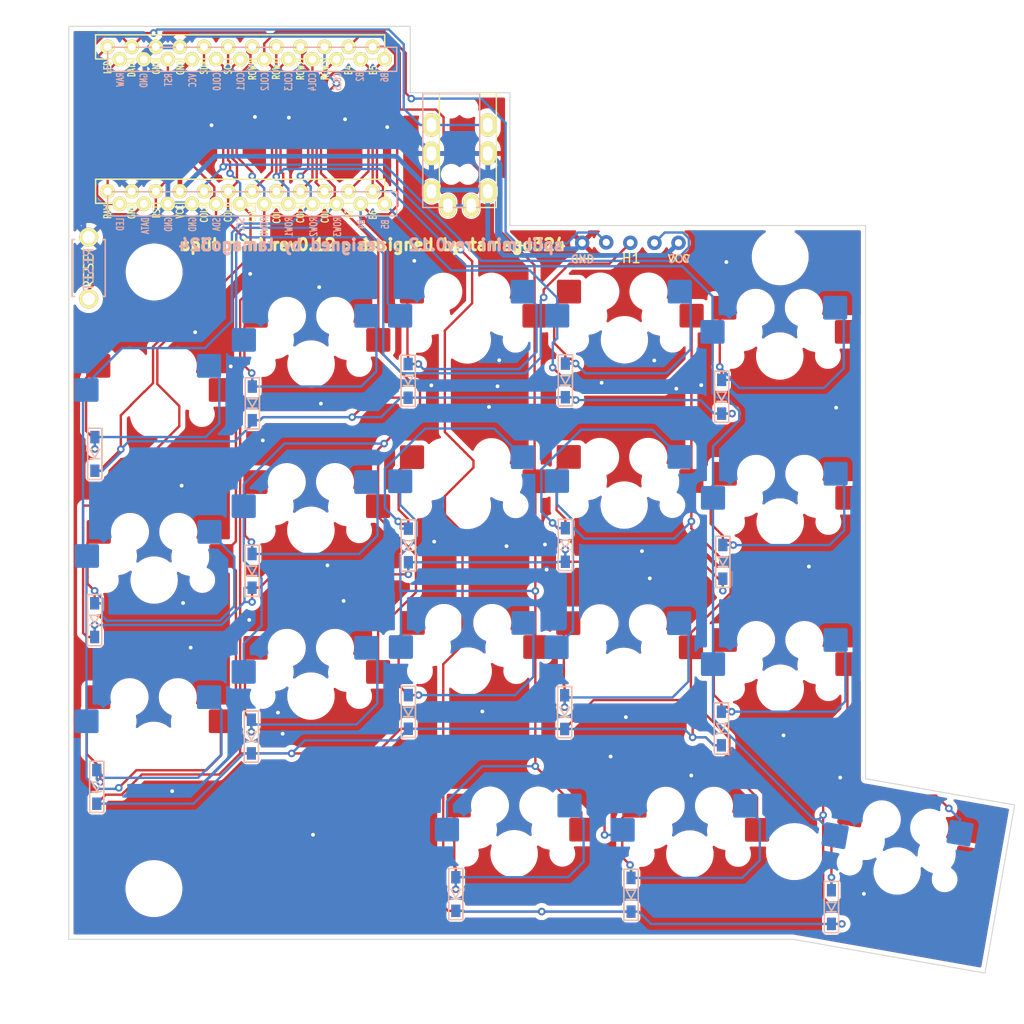
<source format=kicad_pcb>
(kicad_pcb (version 20211014) (generator pcbnew)
  (layers (0 "F.Cu" signal) (31 "B.Cu" signal) (34 "B.Paste" user) (35 "F.Paste" user) (36 "B.SilkS" user "B.Silkscreen") (37 "F.SilkS" user "F.Silkscreen") (38 "B.Mask" user) (39 "F.Mask" user) (44 "Edge.Cuts" user))
  (net 0 "")
  (net 1 "row0")
  (net 2 "Net-(D1-Pad2)")
  (net 3 "Net-(D2-Pad2)")
  (net 4 "Net-(D3-Pad2)")
  (net 5 "Net-(D4-Pad2)")
  (net 6 "Net-(D5-Pad2)")
  (net 7 "Net-(D6-Pad2)")
  (net 8 "Net-(D7-Pad2)")
  (net 9 "Net-(D8-Pad2)")
  (net 10 "Net-(D9-Pad2)")
  (net 11 "Net-(D10-Pad2)")
  (net 12 "row1")
  (net 13 "Net-(D11-Pad2)")
  (net 14 "Net-(D12-Pad2)")
  (net 15 "Net-(D13-Pad2)")
  (net 16 "Net-(D14-Pad2)")
  (net 17 "Net-(D15-Pad2)")
  (net 18 "Net-(D16-Pad2)")
  (net 19 "Net-(D17-Pad2)")
  (net 20 "Net-(D18-Pad2)")
  (net 21 "row2")
  (net 22 "row3")
  (net 23 "unconnected-(J1-PadA)")
  (net 24 "data")
  (net 25 "GND")
  (net 26 "VCC")
  (net 27 "col0")
  (net 28 "col1")
  (net 29 "col2")
  (net 30 "col3")
  (net 31 "col4")
  (net 32 "SDIO")
  (net 33 "SCLK")
  (net 34 "NCS")
  (net 35 "RESET")
  (net 36 "unconnected-(U1-Pad24)")
  (net 37 "unconnected-(U1-Pad17)")
  (net 38 "unconnected-(U1-Pad16)")
  (net 39 "unconnected-(U1-Pad15)")
  (net 40 "unconnected-(U1-Pad14)")
  (net 41 "unconnected-(U1-Pad1)")
  (footprint "split-mini:D3_SMD" (layer "F.Cu") (at 39.275 72.875 90)
    (fp_text reference "D7" hide)
    (fp_text value "D" hide)
  )
  (footprint "split-mini:MX-Hotswap-1U" (layer "F.Cu") (at 28.95 73.85)
    (fp_text reference "SW6")
    (fp_text value "SW_PUSH")
  )
  (footprint "split-mini:MX-Hotswap-1U" (layer "F.Cu") (at 28.9 91.275)
    (fp_text reference "SW11")
    (fp_text value "SW_PUSH")
  )
  (footprint "split-mini:D3_SMD" (layer "F.Cu") (at 22.675 78.075 90)
    (fp_text reference "D6" hide)
    (fp_text value "D" hide)
  )
  (footprint "split-mini:MX-Hotswap-1U" (layer "F.Cu") (at 78.5 65.95)
    (fp_text reference "SW9")
    (fp_text value "SW_PUSH")
  )
  (footprint "split-mini:MX-Hotswap-1U" (layer "F.Cu") (at 61.965 48.53)
    (fp_text reference "SW3")
    (fp_text value "SW_PUSH")
  )
  (footprint "split-mini:D3_SMD" (layer "F.Cu") (at 72.3 70.15 90)
    (fp_text reference "D9" hide)
    (fp_text value "D" hide)
  )
  (footprint "split-mini:D3_SMD" (layer "F.Cu") (at 60.75 106.95 90)
    (fp_text reference "D16" hide)
    (fp_text value "D" hide)
  )
  (footprint "split-mini:D3_SMD" (layer "F.Cu") (at 22.9 95.65 90)
    (fp_text reference "D11" hide)
    (fp_text value "D" hide)
  )
  (footprint "split-mini:D3_SMD" (layer "F.Cu") (at 72.225 87.775 90)
    (fp_text reference "D14" hide)
    (fp_text value "D" hide)
  )
  (footprint "split-mini:D3_SMD" (layer "F.Cu") (at 79.225 107.025 90)
    (fp_text reference "D17" hide)
    (fp_text value "D" hide)
  )
  (footprint "split-mini:MX-Hotswap-1U" (layer "F.Cu") (at 94.9 50.225)
    (fp_text reference "SW5")
    (fp_text value "SW_PUSH")
  )
  (footprint "split-mini:M2_HOLE_v2_4.5mm" (layer "F.Cu") (at 94.95 39.775)
    (fp_text reference "HOLE3" hide)
    (fp_text value "Val**" hide)
  )
  (footprint "split-mini:ResetSW" (layer "F.Cu") (at 22.05 40.95 -90)
    (fp_text reference "SW19" hide)
    (fp_text value "SW_PUSH")
  )
  (footprint "split-mini:MX-Hotswap-1U" (layer "F.Cu") (at 94.95 85.25)
    (fp_text reference "SW15")
    (fp_text value "SW_PUSH")
  )
  (footprint "split-mini:D3_SMD" (layer "F.Cu") (at 55.75 87.75 90)
    (fp_text reference "D13" hide)
    (fp_text value "D" hide)
  )
  (footprint "split-mini:MX-Hotswap-1U" (layer "F.Cu") (at 45.475 68.6)
    (fp_text reference "SW7")
    (fp_text value "SW_PUSH")
  )
  (footprint "split-mini:D3_SMD" (layer "F.Cu") (at 22.7 60.55 90)
    (fp_text reference "D1" hide)
    (fp_text value "D" hide)
  )
  (footprint "split-mini:MX-Hotswap-1U" (layer "F.Cu") (at 66.9 102.7)
    (fp_text reference "SW16")
    (fp_text value "SW_PUSH")
  )
  (footprint "split-mini:D3_SMD" (layer "F.Cu") (at 100.35 108.325 90)
    (fp_text reference "D18" hide)
    (fp_text value "D" hide)
  )
  (footprint "split-mini:M2_HOLE_v2_4.5mm" (layer "F.Cu") (at 28.925 106.375)
    (fp_text reference "HOLE4" hide)
    (fp_text value "Val*" hide)
  )
  (footprint "split-mini:D3_SMD" (layer "F.Cu") (at 72.3 52.8 90)
    (fp_text reference "D4" hide)
    (fp_text value "D" hide)
  )
  (footprint "split-mini:D3_SMD" (layer "F.Cu") (at 88.9 71.925 90)
    (fp_text reference "D10" hide)
    (fp_text value "D" hide)
  )
  (footprint "split-mini:MX-Hotswap-1U" (layer "F.Cu") (at 107.275 104.525 -10)
    (fp_text reference "SW18")
    (fp_text value "SW_PUSH")
  )
  (footprint "split-mini:MJ-4PP-9" (layer "F.Cu") (at 62.025 22.575)
    (fp_text reference "J1" hide)
    (fp_text value "MJ-4PP-9" hide)
  )
  (footprint "split-mini:D3_SMD" (layer "F.Cu") (at 55.725 52.85 90)
    (fp_text reference "D3" hide)
    (fp_text value "D" hide)
  )
  (footprint "split-mini:MX-Hotswap-1U" (layer "F.Cu") (at 61.975 65.975)
    (fp_text reference "SW8")
    (fp_text value "SW_PUSH")
  )
  (footprint "split-mini:M2_HOLE_v2_4.5mm" (layer "F.Cu") (at 96.45 102.475)
    (fp_text reference "HOLE2" hide)
    (fp_text value "Val**" hide)
  )
  (footprint "split-mini:MX-Hotswap-1U" (layer "F.Cu") (at 85.425 102.725)
    (fp_text reference "SW17")
    (fp_text value "SW_PUSH")
  )
  (footprint "split-mini:ProMicro_v2" (layer "F.Cu") (at 38.525 25.3 90)
    (fp_text reference "U1" hide)
    (fp_text value "ProMicro" hide)
  )
  (footprint "split-mini:MX-Hotswap-1U" (layer "F.Cu") (at 94.95 67.725)
    (fp_text reference "SW10")
    (fp_text value "SW_PUSH")
  )
  (footprint "split-mini:D3_SMD" (layer "F.Cu") (at 88.75 89.5 90)
    (fp_text reference "D15" hide)
    (fp_text value "D" hide)
  )
  (footprint "split-mini:MX-Hotswap-1U" (layer "F.Cu") (at 45.495 51.075)
    (fp_text reference "SW2")
    (fp_text value "SW_PUSH")
  )
  (footprint "split-mini:MX-Hotswap-1U" (layer "F.Cu") (at 62.05 83.45)
    (fp_text reference "SW13")
    (fp_text value "SW_PUSH")
  )
  (footprint "split-mini:M2_HOLE_v2_4.5mm" (layer "F.Cu") (at 28.95 41.375)
    (fp_text reference "HOLE1" hide)
    (fp_text value "Val**" hide)
  )
  (footprint "split-mini:MX-Hotswap-1U" (layer "F.Cu") (at 45.475 86.075)
    (fp_text reference "SW12")
    (fp_text value "SW_PUSH")
  )
  (footprint "split-mini:MX-Hotswap-1U" (layer "F.Cu") (at 78.45 83.475)
    (fp_text reference "SW14")
    (fp_text value "SW_PUSH")
  )
  (footprint "split-mini:MX-Hotswap-1U" (layer "F.Cu") (at 28.9 56.35)
    (fp_text reference "SW1")
    (fp_text value "SW_PUSH")
  )
  (footprint "split-mini:D3_SMD" (layer "F.Cu") (at 88.775 54.525 90)
    (fp_text reference "D5" hide)
    (fp_text value "D" hide)
  )
  (footprint "split-mini:D3_SMD" (layer "F.Cu") (at 55.75 70.2 90)
    (fp_text reference "D8" hide)
    (fp_text value "D" hide)
  )
  (footprint "split-mini:MX-Hotswap-1U" (layer "F.Cu") (at 78.525 48.52)
    (fp_text reference "SW4")
    (fp_text value "SW_PUSH")
  )
  (footprint "split-mini:through hole 5pin" (layer "F.Cu") (at 79.15 38.3 180)
    (fp_text reference "H1")
    (fp_text value "through_hole")
  )
  (footprint "split-mini:D3_SMD" (layer "F.Cu") (at 39.3 55.225 90)
    (fp_text reference "D2" hide)
    (fp_text value "D" hide)
  )
  (footprint "split-mini:D3_SMD" (layer "F.Cu") (at 39.2 90.35 90)
    (fp_text reference "D12" hide)
    (fp_text value "D" hide)
  )
  (gr_line (start 66.45 22.475) (end 66.45 36.475) (layer "Edge.Cuts") (width 0.1))
  (gr_line (start 19.95 111.725) (end 96.32318 111.725) (layer "Edge.Cuts") (width 0.1))
  (gr_line (start 103.95 94.792135) (end 103.95 36.475) (layer "Edge.Cuts") (width 0.1))
  (gr_line (start 96.32318 111.725) (end 116.541504 115.290036) (layer "Edge.Cuts") (width 0.1))
  (gr_line (start 66.45 36.475) (end 103.95 36.475) (layer "Edge.Cuts") (width 0.1))
  (gr_line (start 55.95 15.475) (end 55.95 22.475) (layer "Edge.Cuts") (width 0.1))
  (gr_line (start 55.95 15.475) (end 19.95 15.475) (layer "Edge.Cuts") (width 0.1))
  (gr_line (start 116.541504 115.290036) (end 119.667171 97.563496) (layer "Edge.Cuts") (width 0.1))
  (gr_line (start 66.45 22.475) (end 55.95 22.475) (layer "Edge.Cuts") (width 0.1))
  (gr_line (start 119.667171 97.563496) (end 103.95 94.792135) (layer "Edge.Cuts") (width 0.1))
  (gr_line (start 19.95 15.475) (end 19.95 111.725) (layer "Edge.Cuts") (width 0.1))
  (gr_text "split mini rev0.12 : designed by tamago324" (at 51.8 38.525) (layer "B.SilkS") (effects (font (size 1.2 1.2) (thickness 0.3)) (justify mirror)))
  (gr_text "split mini rev0.12 : designed by tamago324" (at 52.05 38.5) (layer "F.SilkS") (effects (font (size 1.2 1.2) (thickness 0.3))))
  (segment (start 28.8345 53.0905) (end 27.943901 53.981099) (width 0.25) (layer "F.Cu") (net 1))
  (segment (start 27.943901 53.981099) (end 27.918768 53.981099) (width 0.25) (layer "F.Cu") (net 1))
  (segment (start 25.4363 56.4887) (end 25.4363 60.0623) (width 0.25) (layer "F.Cu") (net 1))
  (segment (start 23.5003 61.9983) (end 23.5003 62.325) (width 0.25) (layer "F.Cu") (net 1))
  (segment (start 32.242 21.5481) (end 34.207 19.5831) (width 0.25) (layer "F.Cu") (net 1))
  (segment (start 35.294 32.413349) (end 32.242 29.361349) (width 0.25) (layer "F.Cu") (net 1))
  (segment (start 34.947425 33.660425) (end 35.294 33.313851) (width 0.25) (layer "F.Cu") (net 1))
  (segment (start 28.8345 49.2405) (end 28.8345 53.0905) (width 0.25) (layer "F.Cu") (net 1))
  (segment (start 40.4251 56.6752) (end 40.1003 57) (width 0.25) (layer "F.Cu") (net 1))
  (segment (start 73.1003 54.5755) (end 73.1003 54.575) (width 0.25) (layer "F.Cu") (net 1))
  (segment (start 26.531099 55.393901) (end 25.4363 56.4887) (width 0.25) (layer "F.Cu") (net 1))
  (segment (start 26.531099 55.368768) (end 26.531099 55.393901) (width 0.25) (layer "F.Cu") (net 1))
  (segment (start 34.207 19.5831) (end 34.207 17.6436) (width 0.25) (layer "F.Cu") (net 1))
  (segment (start 51.8755 54.625) (end 49.8253 56.6752) (width 0.25) (layer "F.Cu") (net 1))
  (segment (start 27.918768 53.981099) (end 26.531099 55.368768) (width 0.25) (layer "F.Cu") (net 1))
  (segment (start 88.775 56.3) (end 89.8715 56.3) (width 0.25) (layer "F.Cu") (net 1))
  (segment (start 35.477 34.19) (end 35.477 42.598) (width 0.25) (layer "F.Cu") (net 1))
  (segment (start 35.477 42.598) (end 28.8345 49.2405) (width 0.25) (layer "F.Cu") (net 1))
  (segment (start 73.3976 54.8728) (end 73.1003 54.5755) (width 0.25) (layer "F.Cu") (net 1))
  (segment (start 49.8253 56.6752) (end 40.4251 56.6752) (width 0.25) (layer "F.Cu") (net 1))
  (segment (start 39.7002 57) (end 40.1003 57) (width 0.25) (layer "F.Cu") (net 1))
  (segment (start 35.294 33.313851) (end 35.294 32.413349) (width 0.25) (layer "F.Cu") (net 1))
  (segment (start 39.7002 57) (end 39.3 57) (width 0.25) (layer "F.Cu") (net 1))
  (segment (start 55.725 54.625) (end 51.8755 54.625) (width 0.25) (layer "F.Cu") (net 1))
  (segment (start 32.242 29.361349) (end 32.242 21.5481) (width 0.25) (layer "F.Cu") (net 1))
  (segment (start 72.3 54.575) (end 73.1003 54.575) (width 0.25) (layer "F.Cu") (net 1))
  (segment (start 35.477 34.19) (end 34.947425 33.660425) (width 0.25) (layer "F.Cu") (net 1))
  (segment (start 22.7 62.325) (end 23.5003 62.325) (width 0.25) (layer "F.Cu") (net 1))
  (segment (start 25.4363 60.0623) (end 23.5003 61.9983) (width 0.25) (layer "F.Cu") (net 1))
  (via (at 73.3976 54.8728) (size 0.8) (drill 0.4) (layers "F.Cu" "B.Cu") (net 1))
  (via (at 49.8253 56.6752) (size 0.8) (drill 0.4) (layers "F.Cu" "B.Cu") (net 1))
  (via (at 89.8715 56.3) (size 0.8) (drill 0.4) (layers "F.Cu" "B.Cu") (net 1))
  (via (at 25.4363 60.0623) (size 0.8) (drill 0.4) (layers "F.Cu" "B.Cu") (net 1))
  (segment (start 22.7 62.325) (end 23.5003 62.325) (width 0.25) (layer "B.Cu") (net 1))
  (segment (start 25.4363 60.389) (end 23.5003 62.325) (width 0.25) (layer "B.Cu") (net 1))
  (segment (start 88.775 56.3) (end 87.9747 56.3) (width 0.25) (layer "B.Cu") (net 1))
  (segment (start 39.3 57) (end 39.7002 57) (width 0.25) (layer "B.Cu") (net 1))
  (segment (start 72.3 54.575) (end 71.4997 54.575) (width 0.25) (layer "B.Cu") (net 1))
  (segment (start 55.3249 54.625) (end 55.725 54.625) (width 0.25) (layer "B.Cu") (net 1))
  (segment (start 73.0998 54.575) (end 73.3976 54.8728) (width 0.25) (layer "B.Cu") (net 1))
  (segment (start 89.8715 56.3) (end 88.775 56.3) (width 0.25) (layer "B.Cu") (net 1))
  (segment (start 37.4752 59.225) (end 26.2736 59.225) (width 0.25) (layer "B.Cu") (net 1))
  (segment (start 40.1003 57) (end 40.4251 56.6752) (width 0.25) (layer "B.Cu") (net 1))
  (segment (start 49.8253 56.6752) (end 52.8745 56.6752) (width 0.25) (layer "B.Cu") (net 1))
  (segment (start 73.3976 54.8728) (end 86.5475 54.8728) (width 0.25) (layer "B.Cu") (net 1))
  (segment (start 72.3 54.575) (end 72.7002 54.575) (width 0.25) (layer "B.Cu") (net 1))
  (segment (start 40.4251 56.6752) (end 49.8253 56.6752) (width 0.25) (layer "B.Cu") (net 1))
  (segment (start 72.7002 54.575) (end 73.0998 54.575) (width 0.25) (layer "B.Cu") (net 1))
  (segment (start 55.725 54.625) (end 71.4497 54.625) (width 0.25) (layer "B.Cu") (net 1))
  (segment (start 39.7002 57) (end 37.4752 59.225) (width 0.25) (layer "B.Cu") (net 1))
  (segment (start 52.8745 56.6752) (end 54.9247 54.625) (width 0.25) (layer "B.Cu") (net 1))
  (segment (start 86.5475 54.8728) (end 87.9747 56.3) (width 0.25) (layer "B.Cu") (net 1))
  (segment (start 39.7002 57) (end 40.1003 57) (width 0.25) (layer "B.Cu") (net 1))
  (segment (start 25.4363 60.0623) (end 25.4363 60.389) (width 0.25) (layer "B.Cu") (net 1))
  (segment (start 26.2736 59.225) (end 25.4363 60.0623) (width 0.25) (layer "B.Cu") (net 1))
  (segment (start 71.4497 54.625) (end 71.4997 54.575) (width 0.25) (layer "B.Cu") (net 1))
  (segment (start 55.3249 54.625) (end 54.9247 54.625) (width 0.25) (layer "B.Cu") (net 1))
  (segment (start 21.775 58.125) (end 22.425 58.775) (width 0.25) (layer "F.Cu") (net 2))
  (segment (start 22.425 58.775) (end 22.7 58.775) (width 0.25) (layer "F.Cu") (net 2))
  (segment (start 22.7 58.775) (end 22.7 60.0329) (width 0.25) (layer "F.Cu") (net 2))
  (segment (start 21.775 52.553) (end 21.775 58.125) (width 0.25) (layer "F.Cu") (net 2))
  (segment (start 23.058 51.27) (end 21.775 52.553) (width 0.25) (layer "F.Cu") (net 2))
  (via (at 22.7 60.0329) (size 0.8) (drill 0.4) (layers "F.Cu" "B.Cu") (net 2))
  (segment (start 34.742 51.27) (end 35.825 52.353) (width 0.25) (layer "B.Cu") (net 2))
  (segment (start 22.7 58.775) (end 22.7 60.0329) (width 0.25) (layer "B.Cu") (net 2))
  (segment (start 35.825 57.325) (end 34.375 58.775) (width 0.25) (layer "B.Cu") (net 2))
  (segment (start 35.825 52.353) (end 35.825 57.325) (width 0.25) (layer "B.Cu") (net 2))
  (segment (start 34.375 58.775) (end 22.7 58.775) (width 0.25) (layer "B.Cu") (net 2))
  (segment (start 39.2343 52.0261) (end 38.4679 51.2597) (width 0.25) (layer "F.Cu") (net 3))
  (segment (start 39.2343 52.409) (end 39.2343 52.0261) (width 0.25) (layer "F.Cu") (net 3))
  (segment (start 39.3 52.4747) (end 39.2343 52.409) (width 0.25) (layer "F.Cu") (net 3))
  (segment (start 38.4679 51.2597) (end 38.4679 47.1801) (width 0.25) (layer "F.Cu") (net 3))
  (segment (start 39.3 53.45) (end 39.3 52.4747) (width 0.25) (layer "F.Cu") (net 3))
  (segment (start 38.4679 47.1801) (end 39.653 45.995) (width 0.25) (layer "F.Cu") (net 3))
  (via (at 39.2343 52.0261) (size 0.8) (drill 0.4) (layers "F.Cu" "B.Cu") (net 3))
  (segment (start 39.3 53.45) (end 39.3 52.0918) (width 0.25) (layer "B.Cu") (net 3))
  (segment (start 52.375 51.85) (end 52.375 47.033) (width 0.25) (layer "B.Cu") (net 3))
  (segment (start 52.375 47.033) (end 51.337 45.995) (width 0.25) (layer "B.Cu") (net 3))
  (segment (start 39.3 53.45) (end 50.775 53.45) (width 0.25) (layer "B.Cu") (net 3))
  (segment (start 50.775 53.45) (end 52.375 51.85) (width 0.25) (layer "B.Cu") (net 3))
  (segment (start 39.3 52.0918) (end 39.2343 52.0261) (width 0.25) (layer "B.Cu") (net 3))
  (segment (start 55.725 51.075) (end 56.5253 51.075) (width 0.25) (layer "F.Cu") (net 4))
  (segment (start 55.655 50.0297) (end 55.655 43.918) (width 0.25) (layer "F.Cu") (net 4))
  (segment (start 55.655 43.918) (end 56.123 43.45) (width 0.25) (layer "F.Cu") (net 4))
  (segment (start 55.725 51.075) (end 55.725 50.0997) (width 0.25) (layer "F.Cu") (net 4))
  (segment (start 56.5253 51.075) (end 56.8021 51.075) (width 0.25) (layer "F.Cu") (net 4))
  (segment (start 55.725 50.0997) (end 55.655 50.0297) (width 0.25) (layer "F.Cu") (net 4))
  (via (at 56.8021 51.075) (size 0.8) (drill 0.4) (layers "F.Cu" "B.Cu") (net 4))
  (segment (start 55.725 51.075) (end 56.8021 51.075) (width 0.25) (layer "B.Cu") (net 4))
  (segment (start 69.261 49.789) (end 69.261 44.904) (width 0.25) (layer "B.Cu") (net 4))
  (segment (start 57.3308 51.6037) (end 67.4463 51.6037) (width 0.25) (layer "B.Cu") (net 4))
  (segment (start 69.261 44.904) (end 67.807 43.45) (width 0.25) (layer "B.Cu") (net 4))
  (segment (start 67.4463 51.6037) (end 69.261 49.789) (width 0.25) (layer "B.Cu") (net 4))
  (segment (start 56.8021 51.075) (end 57.3308 51.6037) (width 0.25) (layer "B.Cu") (net 4))
  (segment (start 72.8957 50.5373) (end 73.3834 51.025) (width 0.25) (layer "F.Cu") (net 5))
  (segment (start 71.125 48.8747) (end 72.3 50.0497) (width 0.25) (layer "F.Cu") (net 5))
  (segment (start 71.125 44.998) (end 71.125 48.8747) (width 0.25) (layer "F.Cu") (net 5))
  (segment (start 72.3 50.5373) (end 72.8957 50.5373) (width 0.25) (layer "F.Cu") (net 5))
  (segment (start 72.683 43.44) (end 71.125 44.998) (width 0.25) (layer "F.Cu") (net 5))
  (segment (start 72.3 50.0497) (end 72.3 50.5373) (width 0.25) (layer "F.Cu") (net 5))
  (segment (start 72.3 51.025) (end 72.3 50.5373) (width 0.25) (layer "F.Cu") (net 5))
  (via (at 73.3834 51.025) (size 0.8) (drill 0.4) (layers "F.Cu" "B.Cu") (net 5))
  (segment (start 73.3834 51.025) (end 74.4084 52.05) (width 0.25) (layer "B.Cu") (net 5))
  (segment (start 82.975 52.05) (end 85.5 49.525) (width 0.25) (layer "B.Cu") (net 5))
  (segment (start 85.5 49.525) (end 85.5 44.573) (width 0.25) (layer "B.Cu") (net 5))
  (segment (start 72.3 51.025) (end 73.3834 51.025) (width 0.25) (layer "B.Cu") (net 5))
  (segment (start 85.5 44.573) (end 84.367 43.44) (width 0.25) (layer "B.Cu") (net 5))
  (segment (start 74.4084 52.05) (end 82.975 52.05) (width 0.25) (layer "B.Cu") (net 5))
  (segment (start 88.775 52.75) (end 88.775 51.7747) (width 0.25) (layer "F.Cu") (net 6))
  (segment (start 88.5795 51.3738) (end 88.5795 45.6235) (width 0.25) (layer "F.Cu") (net 6))
  (segment (start 88.5795 51.5792) (end 88.5795 51.3738) (width 0.25) (layer "F.Cu") (net 6))
  (segment (start 88.775 51.7747) (end 88.5795 51.5792) (width 0.25) (layer "F.Cu") (net 6))
  (segment (start 88.5795 45.6235) (end 89.058 45.145) (width 0.25) (layer "F.Cu") (net 6))
  (via (at 88.5795 51.3738) (size 0.8) (drill 0.4) (layers "F.Cu" "B.Cu") (net 6))
  (segment (start 89.607 52.5854) (end 89.607 52.4209) (width 0.25) (layer "B.Cu") (net 6))
  (segment (start 89.5753 52.75) (end 89.5753 52.6171) (width 0.25) (layer "B.Cu") (net 6))
  (segment (start 101.65 51.525) (end 99.575 53.6) (width 0.25) (layer "B.Cu") (net 6))
  (segment (start 101.65 46.053) (end 101.65 51.525) (width 0.25) (layer "B.Cu") (net 6))
  (segment (start 90.6216 53.6) (end 89.607 52.5854) (width 0.25) (layer "B.Cu") (net 6))
  (segment (start 88.5795 51.3934) (end 88.5795 51.3738) (width 0.25) (layer "B.Cu") (net 6))
  (segment (start 99.575 53.6) (end 90.6216 53.6) (width 0.25) (layer "B.Cu") (net 6))
  (segment (start 89.607 52.4209) (end 88.5795 51.3934) (width 0.25) (layer "B.Cu") (net 6))
  (segment (start 89.5753 52.6171) (end 89.607 52.5854) (width 0.25) (layer "B.Cu") (net 6))
  (segment (start 88.775 52.75) (end 89.5753 52.75) (width 0.25) (layer "B.Cu") (net 6))
  (segment (start 100.742 45.145) (end 101.65 46.053) (width 0.25) (layer "B.Cu") (net 6))
  (segment (start 21.925 74.2385) (end 21.925 69.953) (width 0.25) (layer "F.Cu") (net 7))
  (segment (start 21.925 69.953) (end 23.108 68.77) (width 0.25) (layer "F.Cu") (net 7))
  (segment (start 22.675 76.3) (end 22.675 74.9885) (width 0.25) (layer "F.Cu") (net 7))
  (segment (start 22.675 74.9885) (end 21.925 74.2385) (width 0.25) (layer "F.Cu") (net 7))
  (via (at 22.675 74.9885) (size 0.8) (drill 0.4) (layers "F.Cu" "B.Cu") (net 7))
  (segment (start 37.4 76.598604) (end 35.862204 78.1364) (width 0.25) (layer "B.Cu") (net 7))
  (segment (start 23.4753 76.1821) (end 23.4815 76.1759) (width 0.25) (layer "B.Cu") (net 7))
  (segment (start 23.9614 78.1364) (end 23.4815 77.6565) (width 0.25) (layer "B.Cu") (net 7))
  (segment (start 23.4753 76.3) (end 23.4753 76.1821) (width 0.25) (layer "B.Cu") (net 7))
  (segment (start 35.862204 78.1364) (end 23.9614 78.1364) (width 0.25) (layer "B.Cu") (net 7))
  (segment (start 22.675 74.997) (end 22.675 74.9885) (width 0.25) (layer "B.Cu") (net 7))
  (segment (start 22.675 76.3) (end 23.4753 76.3) (width 0.25) (layer "B.Cu") (net 7))
  (segment (start 23.4815 77.6565) (end 23.4815 76.1759) (width 0.25) (layer "B.Cu") (net 7))
  (segment (start 23.4815 76.1759) (end 23.4815 75.8035) (width 0.25) (layer "B.Cu") (net 7))
  (segment (start 37.4 71.378) (end 37.4 76.598604) (width 0.25) (layer "B.Cu") (net 7))
  (segment (start 23.4815 75.8035) (end 22.675 74.997) (width 0.25) (layer "B.Cu") (net 7))
  (segment (start 34.792 68.77) (end 37.4 71.378) (width 0.25) (layer "B.Cu") (net 7))
  (segment (start 39.2049 69.8459) (end 39.2049 70.0546) (width 0.25) (layer "F.Cu") (net 8))
  (segment (start 38.525 69.166) (end 39.2049 69.8459) (width 0.25) (layer "F.Cu") (net 8))
  (segment (start 39.2049 70.0546) (end 39.275 70.1247) (width 0.25) (layer "F.Cu") (net 8))
  (segment (start 39.633 63.52) (end 38.525 64.628) (width 0.25) (layer "F.Cu") (net 8))
  (segment (start 39.275 71.1) (end 39.275 70.1247) (width 0.25) (layer "F.Cu") (net 8))
  (segment (start 38.525 64.628) (end 38.525 69.166) (width 0.25) (layer "F.Cu") (net 8))
  (via (at 39.2049 69.8459) (size 0.8) (drill 0.4) (layers "F.Cu" "B.Cu") (net 8))
  (segment (start 51.317 63.52) (end 52.5 64.703) (width 0.25) (layer "B.Cu") (net 8))
  (segment (start 39.275 71.1) (end 39.275 70.1247) (width 0.25) (layer "B.Cu") (net 8))
  (segment (start 52.5 69.15) (end 50.55 71.1) (width 0.25) (layer "B.Cu") (net 8))
  (segment (start 52.5 64.703) (end 52.5 69.15) (width 0.25) (layer "B.Cu") (net 8))
  (segment (start 39.2049 70.0546) (end 39.2049 69.8459) (width 0.25) (layer "B.Cu") (net 8))
  (segment (start 50.55 71.1) (end 39.275 71.1) (width 0.25) (layer "B.Cu") (net 8))
  (segment (start 39.275 70.1247) (end 39.2049 70.0546) (width 0.25) (layer "B.Cu") (net 8))
  (segment (start 55.75 68.425) (end 55.75 67.9373) (width 0.25) (layer "F.Cu") (net 9))
  (segment (start 55.75 67.9373) (end 54.9465 67.9373) (width 0.25) (layer "F.Cu") (net 9))
  (segment (start 55.75 67.4497) (end 54.725 66.4247) (width 0.25) (layer "F.Cu") (net 9))
  (segment (start 54.9465 67.9373) (end 54.6745 67.6653) (width 0.25) (layer "F.Cu") (net 9))
  (segment (start 54.725 66.4247) (end 54.725 62.303) (width 0.25) (layer "F.Cu") (net 9))
  (segment (start 55.75 67.9373) (end 55.75 67.4497) (width 0.25) (layer "F.Cu") (net 9))
  (segment (start 54.725 62.303) (end 56.133 60.895) (width 0.25) (layer "F.Cu") (net 9))
  (via (at 54.6745 67.6653) (size 0.8) (drill 0.4) (layers "F.Cu" "B.Cu") (net 9))
  (segment (start 64.797 57.875) (end 67.817 60.895) (width 0.25) (layer "B.Cu") (net 9))
  (segment (start 54.9497 68.425) (end 54.9497 67.9405) (width 0.25) (layer "B.Cu") (net 9))
  (segment (start 55.75 68.425) (end 54.9497 68.425) (width 0.25) (layer "B.Cu") (net 9))
  (segment (start 54.9497 67.9405) (end 54.6745 67.6653) (width 0.25) (layer "B.Cu") (net 9))
  (segment (start 53.2785 66.2693) (end 53.2785 62.1167) (width 0.25) (layer "B.Cu") (net 9))
  (segment (start 54.6745 67.6653) (end 53.2785 66.2693) (width 0.25) (layer "B.Cu") (net 9))
  (segment (start 53.2785 62.1167) (end 57.5202 57.875) (width 0.25) (layer "B.Cu") (net 9))
  (segment (start 57.5202 57.875) (end 64.797 57.875) (width 0.25) (layer "B.Cu") (net 9))
  (segment (start 71.375 66.4747) (end 71.375 62.153) (width 0.25) (layer "F.Cu") (net 10))
  (segment (start 71.375 62.153) (end 72.658 60.87) (width 0.25) (layer "F.Cu") (net 10))
  (segment (start 72.3 67.3997) (end 71.375 66.4747) (width 0.25) (layer "F.Cu") (net 10))
  (segment (start 72.3 68.375) (end 72.3 67.3997) (width 0.25) (layer "F.Cu") (net 10))
  (segment (start 70.954 67.8293) (end 71.4997 68.375) (width 0.25) (layer "F.Cu") (net 10))
  (segment (start 72.3 68.375) (end 71.4997 68.375) (width 0.25) (layer "F.Cu") (net 10))
  (via (at 70.954 67.8293) (size 0.8) (drill 0.4) (layers "F.Cu" "B.Cu") (net 10))
  (segment (start 71.8999 68.375) (end 71.4997 68.375) (width 0.25) (layer "B.Cu") (net 10))
  (segment (start 81.472 58) (end 84.342 60.87) (width 0.25) (layer "B.Cu") (net 10))
  (segment (start 72.3 68.375) (end 71.8999 68.375) (width 0.25) (layer "B.Cu") (net 10))
  (segment (start 73.9483 58) (end 81.472 58) (width 0.25) (layer "B.Cu") (net 10))
  (segment (start 71.4997 68.375) (end 70.954 67.8293) (width 0.25) (layer "B.Cu") (net 10))
  (segment (start 70.954 67.8293) (end 69.7722 66.6475) (width 0.25) (layer "B.Cu") (net 10))
  (segment (start 69.7722 66.6475) (end 69.7722 62.1761) (width 0.25) (layer "B.Cu") (net 10))
  (segment (start 69.7722 62.1761) (end 73.9483 58) (width 0.25) (layer "B.Cu") (net 10))
  (segment (start 88.9 69.1747) (end 88.9 69.6623) (width 0.25) (layer "F.Cu") (net 11))
  (segment (start 88.9 69.6623) (end 89.4983 69.6623) (width 0.25) (layer "F.Cu") (net 11))
  (segment (start 88.9 70.15) (end 88.9 69.6623) (width 0.25) (layer "F.Cu") (net 11))
  (segment (start 87.625 67.8997) (end 88.9 69.1747) (width 0.25) (layer "F.Cu") (net 11))
  (segment (start 87.625 64.128) (end 87.625 67.8997) (width 0.25) (layer "F.Cu") (net 11))
  (segment (start 89.108 62.645) (end 87.625 64.128) (width 0.25) (layer "F.Cu") (net 11))
  (segment (start 89.4983 69.6623) (end 89.9981 70.1621) (width 0.25) (layer "F.Cu") (net 11))
  (via (at 89.9981 70.1621) (size 0.8) (drill 0.4) (layers "F.Cu" "B.Cu") (net 11))
  (segment (start 101.7 68.6) (end 100.1379 70.1621) (width 0.25) (layer "B.Cu") (net 11))
  (segment (start 88.9 70.15) (end 89.7003 70.15) (width 0.25) (layer "B.Cu") (net 11))
  (segment (start 101.7 63.553) (end 101.7 68.6) (width 0.25) (layer "B.Cu") (net 11))
  (segment (start 89.7003 70.15) (end 89.7124 70.1621) (width 0.25) (layer "B.Cu") (net 11))
  (segment (start 100.792 62.645) (end 101.7 63.553) (width 0.25) (layer "B.Cu") (net 11))
  (segment (start 100.1379 70.1621) (end 89.9981 70.1621) (width 0.25) (layer "B.Cu") (net 11))
  (segment (start 89.7124 70.1621) (end 89.9981 70.1621) (width 0.25) (layer "B.Cu") (net 11))
  (segment (start 88.9 74.6753) (end 88.9 74.9755) (width 0.25) (layer "F.Cu") (net 12))
  (segment (start 21.8747 79.85) (end 22.675 79.85) (width 0.25) (layer "F.Cu") (net 12))
  (segment (start 22.675 78.5864) (end 22.675 79.85) (width 0.25) (layer "F.Cu") (net 12))
  (segment (start 36.747 29.5845) (end 36.747 17.6436) (width 0.25) (layer "F.Cu") (net 12))
  (segment (start 21.4609 66.1141) (end 21.4609 79.4362) (width 0.25) (layer "F.Cu") (net 12))
  (segment (start 39.275 74.65) (end 39.275 76.1603) (width 0.25) (layer "F.Cu") (net 12))
  (segment (start 41.4776 73.2477) (end 40.0753 74.65) (width 0.25) (layer "F.Cu") (net 12))
  (segment (start 72.3 70.6385) (end 72.3 71.925) (width 0.25) (layer "F.Cu") (net 12))
  (segment (start 21.4609 79.4362) (end 21.8747 79.85) (width 0.25) (layer "F.Cu") (net 12))
  (segment (start 88.9 73.7) (end 88.9 74.1876) (width 0.25) (layer "F.Cu") (net 12))
  (segment (start 38.017 34.19) (end 39.1064 35.2794) (width 0.25) (layer "F.Cu") (net 12))
  (segment (start 55.75 73.2477) (end 55.75 71.975) (width 0.25) (layer "F.Cu") (net 12))
  (segment (start 29.2845 53.1845) (end 31.6 55.5) (width 0.25) (layer "F.Cu") (net 12))
  (segment (start 21.575 66) (end 21.4609 66.1141) (width 0.25) (layer "F.Cu") (net 12))
  (segment (start 31.6 57.625) (end 23.225 66) (width 0.25) (layer "F.Cu") (net 12))
  (segment (start 55.75 73.2477) (end 41.4776 73.2477) (width 0.25) (layer "F.Cu") (net 12))
  (segment (start 88.9 74.1876) (end 88.9 74.6753) (width 0.25) (layer "F.Cu") (net 12))
  (segment (start 36.9547 30.9758) (end 36.9547 29.7922) (width 0.25) (layer "F.Cu") (net 12))
  (segment (start 36.9547 29.7922) (end 36.747 29.5845) (width 0.25) (layer "F.Cu") (net 12))
  (segment (start 39.1064 35.2794) (end 39.1064 39.6531) (width 0.25) (layer "F.Cu") (net 12))
  (segment (start 39.1064 39.6531) (end 29.2845 49.475) (width 0.25) (layer "F.Cu") (net 12))
  (segment (start 23.225 66) (end 21.575 66) (width 0.25) (layer "F.Cu") (net 12))
  (segment (start 88.9 74.1876) (end 86.6374 71.925) (width 0.25) (layer "F.Cu") (net 12))
  (segment (start 39.275 74.65) (end 40.0753 74.65) (width 0.25) (layer "F.Cu") (net 12))
  (segment (start 29.2845 49.475) (end 29.2845 53.1845) (width 0.25) (layer "F.Cu") (net 12))
  (segment (start 31.6 55.5) (end 31.6 57.625) (width 0.25) (layer "F.Cu") (net 12))
  (segment (start 86.6374 71.925) (end 72.3 71.925) (width 0.25) (layer "F.Cu") (net 12))
  (via (at 22.675 78.5864) (size 0.8) (drill 0.4) (layers "F.Cu" "B.Cu") (net 12))
  (via (at 72.3 70.6385) (size 0.8) (drill 0.4) (layers "F.Cu" "B.Cu") (net 12))
  (via (at 36.9547 30.9758) (size 0.8) (drill 0.4) (layers "F.Cu" "B.Cu") (net 12))
  (via (at 88.9 74.9755) (size 0.8) (drill 0.4) (layers "F.Cu" "B.Cu") (net 12))
  (via (at 55.75 73.2477) (size 0.8) (drill 0.4) (layers "F.Cu" "B.Cu") (net 12))
  (via (at 39.275 76.1603) (size 0.8) (drill 0.4) (layers "F.Cu" "B.Cu") (net 12))
  (segment (start 22.675 78.5864) (end 36.0486 78.5864) (width 0.25) (layer "B.Cu") (net 12))
  (segment (start 38.017 32.0381) (end 36.9547 30.9758) (width 0.25) (layer "B.Cu") (net 12))
  (segment (start 72.3 71.5249) (end 72.3 70.6385) (width 0.25) (layer "B.Cu") (net 12))
  (segment (start 71.8999 71.925) (end 71.4997 71.925) (width 0.25) (layer "B.Cu") (net 12))
  (segment (start 72.3 71.925) (end 71.8999 71.925) (width 0.25) (layer "B.Cu") (net 12))
  (segment (start 39.275 74.65) (end 38.4747 74.65) (width 0.25) (layer "B.Cu") (net 12))
  (segment (start 71.4497 71.975) (end 71.4997 71.925) (width 0.25) (layer "B.Cu") (net 12))
  (segment (start 38.4747 76.1603) (end 39.275 76.1603) (width 0.25) (layer "B.Cu") (net 12))
  (segment (start 36.0486 78.5864) (end 38.4747 76.1603) (width 0.25) (layer "B.Cu") (net 12))
  (segment (start 55.75 71.975) (end 71.4497 71.975) (width 0.25) (layer "B.Cu") (net 12))
  (segment (start 88.9 73.7) (end 88.9 74.9755) (width 0.25) (layer "B.Cu") (net 12))
  (segment (start 38.017 34.19) (end 38.017 32.0381) (width 0.25) (layer "B.Cu") (net 12))
  (segment (start 55.75 71.975) (end 55.75 73.2477) (width 0.25) (layer "B.Cu") (net 12))
  (segment (start 22.675 79.85) (end 22.675 78.5864) (width 0.25) (layer "B.Cu") (net 12))
  (segment (start 38.4747 74.65) (end 38.4747 76.1603) (width 0.25) (layer "B.Cu") (net 12))
  (segment (start 71.8999 71.925) (end 72.3 71.5249) (width 0.25) (layer "B.Cu") (net 12))
  (segment (start 22.9 93.875) (end 22.9 93.3873) (width 0.25) (layer "F.Cu") (net 13))
  (segment (start 21.85 92.2) (end 21.85 87.403) (width 0.25) (layer "F.Cu") (net 13))
  (segment (start 22.9 93.3873) (end 22.9 93.25) (width 0.25) (layer "F.Cu") (net 13))
  (segment (start 22.9 93.25) (end 21.85 92.2) (width 0.25) (layer "F.Cu") (net 13))
  (segment (start 23.2728 93.7601) (end 23.2728 95.1377) (width 0.25) (layer "F.Cu") (net 13))
  (segment (start 21.85 87.403) (end 23.058 86.195) (width 0.25) (layer "F.Cu") (net 13))
  (segment (start 22.9 93.3873) (end 23.2728 93.7601) (width 0.25) (layer "F.Cu") (net 13))
  (via (at 23.2728 95.1377) (size 0.8) (drill 0.4) (layers "F.Cu" "B.Cu") (net 13))
  (segment (start 33.575 94.7) (end 36.05 92.225) (width 0.25) (layer "B.Cu") (net 13))
  (segment (start 22.9 94.8503) (end 22.9854 94.8503) (width 0.25) (layer "B.Cu") (net 13))
  (segment (start 36.05 87.503) (end 34.742 86.195) (width 0.25) (layer "B.Cu") (net 13))
  (segment (start 36.05 92.225) (end 36.05 87.503) (width 0.25) (layer "B.Cu") (net 13))
  (segment (start 23.725 94.7) (end 33.575 94.7) (width 0.25) (layer "B.Cu") (net 13))
  (segment (start 22.9 93.875) (end 22.9 94.8503) (width 0.25) (layer "B.Cu") (net 13))
  (segment (start 22.9 93.875) (end 23.725 94.7) (width 0.25) (layer "B.Cu") (net 13))
  (segment (start 22.9854 94.8503) (end 23.2728 95.1377) (width 0.25) (layer "B.Cu") (net 13))
  (segment (start 39.2 88.575) (end 38.525 87.9) (width 0.25) (layer "F.Cu") (net 14))
  (segment (start 38.525 87.9) (end 38.525 82.103) (width 0.25) (layer "F.Cu") (net 14))
  (segment (start 38.525 82.103) (end 39.633 80.995) (width 0.25) (layer "F.Cu") (net 14))
  (segment (start 39.2 89.8468) (end 39.2 88.575) (width 0.25) (layer "F.Cu") (net 14))
  (via (at 39.2 89.8468) (size 0.8) (drill 0.4) (layers "F.Cu" "B.Cu") (net 14))
  (segment (start 39.2 88.575) (end 39.7 89.075) (width 0.25) (layer "B.Cu") (net 14))
  (segment (start 52.475 82.153) (end 51.317 80.995) (width 0.25) (layer "B.Cu") (net 14))
  (segment (start 52.475 86.875) (end 52.475 82.153) (width 0.25) (layer "B.Cu") (net 14))
  (segment (start 50.275 89.075) (end 52.475 86.875) (width 0.25) (layer "B.Cu") (net 14))
  (segment (start 39.7 89.075) (end 50.275 89.075) (width 0.25) (layer "B.Cu") (net 14))
  (segment (start 39.2 88.575) (end 39.2 89.8468) (width 0.25) (layer "B.Cu") (net 14))
  (segment (start 54.725 79.853) (end 54.725 84.95) (width 0.25) (layer "F.Cu") (net 15))
  (segment (start 56.208 78.37) (end 54.725 79.853) (width 0.25) (layer "F.Cu") (net 15))
  (segment (start 54.725 84.95) (end 55.75 85.975) (width 0.25) (layer "F.Cu") (net 15))
  (segment (start 56.5503 85.975) (end 56.8323 85.975) (width 0.25) (layer "F.Cu") (net 15))
  (segment (start 55.75 85.975) (end 56.5503 85.975) (width 0.25) (layer "F.Cu") (net 15))
  (via (at 56.8323 85.975) (size 0.8) (drill 0.4) (layers "F.Cu" "B.Cu") (net 15))
  (segment (start 67 85.975) (end 56.8323 85.975) (width 0.25) (layer "B.Cu") (net 15))
  (segment (start 67.892 78.37) (end 68.925 79.403) (width 0.25) (layer "B.Cu") (net 15))
  (segment (start 56.8323 85.975) (end 55.75 85.975) (width 0.25) (layer "B.Cu") (net 15))
  (segment (start 68.925 84.05) (end 67 85.975) (width 0.25) (layer "B.Cu") (net 15))
  (segment (start 68.925 79.403) (end 68.925 84.05) (width 0.25) (layer "B.Cu") (net 15))
  (segment (start 72.608 78.395) (end 72.1428 78.8602) (width 0.25) (layer "F.Cu") (net 16))
  (segment (start 72.1428 84.9425) (end 72.225 85.0247) (width 0.25) (layer "F.Cu") (net 16))
  (segment (start 72.225 86) (end 72.225 87.2563) (width 0.25) (layer "F.Cu") (net 16))
  (segment (start 72.225 86) (end 72.225 85.0247) (width 0.25) (layer "F.Cu") (net 16))
  (segment (start 72.1428 78.8602) (end 72.1428 84.9425) (width 0.25) (layer "F.Cu") (net 16))
  (via (at 72.225 87.2563) (size 0.8) (drill 0.4) (layers "F.Cu" "B.Cu") (net 16))
  (segment (start 72.45 86.225) (end 72.225 86) (width 0.25) (layer "B.Cu") (net 16))
  (segment (start 85.275 79.378) (end 85.275 84.55) (width 0.25) (layer "B.Cu") (net 16))
  (segment (start 72.225 86) (end 72.225 87.2563) (width 0.25) (layer "B.Cu") (net 16))
  (segment (start 85.275 84.55) (end 83.6 86.225) (width 0.25) (layer "B.Cu") (net 16))
  (segment (start 83.6 86.225) (end 72.45 86.225) (width 0.25) (layer "B.Cu") (net 16))
  (segment (start 84.292 78.395) (end 85.275 79.378) (width 0.25) (layer "B.Cu") (net 16))
  (segment (start 88.75 87.2373) (end 89.3463 87.2373) (width 0.25) (layer "F.Cu") (net 17))
  (segment (start 87.95 81.328) (end 89.108 80.17) (width 0.25) (layer "F.Cu") (net 17))
  (segment (start 88.75 87.2373) (end 88.75 86.7497) (width 0.25) (layer "F.Cu") (net 17))
  (segment (start 87.95 85.9497) (end 87.95 81.328) (width 0.25) (layer "F.Cu") (net 17))
  (segment (start 89.3463 87.2373) (end 89.834 87.725) (width 0.25) (layer "F.Cu") (net 17))
  (segment (start 88.75 87.725) (end 88.75 87.2373) (width 0.25) (layer "F.Cu") (net 17))
  (segment (start 88.75 86.7497) (end 87.95 85.9497) (width 0.25) (layer "F.Cu") (net 17))
  (via (at 89.834 87.725) (size 0.8) (drill 0.4) (layers "F.Cu" "B.Cu") (net 17))
  (segment (start 100.792 80.17) (end 101.825 81.203) (width 0.25) (layer "B.Cu") (net 17))
  (segment (start 89.834 87.725) (end 88.75 87.725) (width 0.25) (layer "B.Cu") (net 17))
  (segment (start 101.825 81.203) (end 101.825 86.625) (width 0.25) (layer "B.Cu") (net 17))
  (segment (start 101.825 86.625) (end 100.725 87.725) (width 0.25) (layer "B.Cu") (net 17))
  (segment (start 100.725 87.725) (end 89.834 87.725) (width 0.25) (layer "B.Cu") (net 17))
  (segment (start 60.5877 104.0374) (end 60.75 104.1997) (width 0.25) (layer "F.Cu") (net 18))
  (segment (start 60.5877 98.0903) (end 60.5877 104.0374) (width 0.25) (layer "F.Cu") (net 18))
  (segment (start 60.75 105.175) (end 60.75 104.1997) (width 0.25) (layer "F.Cu") (net 18))
  (segment (start 61.058 97.62) (end 60.5877 98.0903) (width 0.25) (layer "F.Cu") (net 18))
  (segment (start 60.75 106.4469) (end 60.75 105.175) (width 0.25) (layer "F.Cu") (net 18))
  (via (at 60.75 106.4469) (size 0.8) (drill 0.4) (layers "F.Cu" "B.Cu") (net 18))
  (segment (start 72.742 97.62) (end 74.225 99.103) (width 0.25) (layer "B.Cu") (net 18))
  (segment (start 74.225 99.103) (end 74.225 103.55) (width 0.25) (layer "B.Cu") (net 18))
  (segment (start 74.225 103.55) (end 72.6 105.175) (width 0.25) (layer "B.Cu") (net 18))
  (segment (start 72.6 105.175) (end 60.75 105.175) (width 0.25) (layer "B.Cu") (net 18))
  (segment (start 60.75 105.175) (end 60.75 106.4469) (width 0.25) (layer "B.Cu") (net 18))
  (segment (start 79.583 97.645) (end 78.3 98.928) (width 0.25) (layer "F.Cu") (net 19))
  (segment (start 79.122 104.1717) (end 79.225 104.2747) (width 0.25) (layer "F.Cu") (net 19))
  (segment (start 78.3 98.928) (end 78.3 103.0635) (width 0.25) (layer "F.Cu") (net 19))
  (segment (start 79.225 105.25) (end 79.225 104.2747) (width 0.25) (layer "F.Cu") (net 19))
  (segment (start 78.3 103.0635) (end 79.122 103.8855) (width 0.25) (layer "F.Cu") (net 19))
  (segment (start 79.122 103.8855) (end 79.122 104.1717) (width 0.25) (layer "F.Cu") (net 19))
  (via (at 79.122 103.8855) (size 0.8) (drill 0.4) (layers "F.Cu" "B.Cu") (net 19))
  (segment (start 92.8 99.178) (end 92.8 103.4) (width 0.25) (layer "B.Cu") (net 19))
  (segment (start 79.225 105.25) (end 79.225 103.9885) (width 0.25) (layer "B.Cu") (net 19))
  (segment (start 79.225 103.9885) (end 79.122 103.8855) (width 0.25) (layer "B.Cu") (net 19))
  (segment (start 90.95 105.25) (end 79.225 105.25) (width 0.25) (layer "B.Cu") (net 19))
  (segment (start 92.8 103.4) (end 90.95 105.25) (width 0.25) (layer "B.Cu") (net 19))
  (segment (start 91.267 97.645) (end 92.8 99.178) (width 0.25) (layer "B.Cu") (net 19))
  (segment (start 104.33661 96.575) (end 102.403886 98.507724) (width 0.25) (layer "F.Cu") (net 20))
  (segment (start 100.35 100.5616) (end 100.35 105.1969) (width 0.25) (layer "F.Cu") (net 20))
  (segment (start 100.35 105.1969) (end 100.35 106.55) (width 0.25) (layer "F.Cu") (net 20))
  (segment (start 111.375 96.575) (end 104.33661 96.575) (width 0.25) (layer "F.Cu") (net 20))
  (segment (start 112.725 97.925) (end 111.375 96.575) (width 0.25) (layer "F.Cu") (net 20))
  (segment (start 102.4039 98.5077) (end 100.35 100.5616) (width 0.25) (layer "F.Cu") (net 20))
  (via (at 112.725 97.925) (size 0.8) (drill 0.4) (layers "F.Cu" "B.Cu") (net 20))
  (via (at 100.35 105.1969) (size 0.8) (drill 0.4) (layers "F.Cu" "B.Cu") (net 20))
  (segment (start 100.35 106.55) (end 100.35 105.1969) (width 0.25) (layer "B.Cu") (net 20))
  (segment (start 113.91038 99.08538) (end 112.725 97.925) (width 0.25) (layer "B.Cu") (net 20))
  (segment (start 113.91038 100.536629) (end 113.91038 99.08538) (width 0.25) (layer "B.Cu") (net 20))
  (segment (start 112.725 97.925) (end 112.725 97.9) (width 0.25) (layer "B.Cu") (net 20))
  (segment (start 88.75 91.275) (end 87.9497 91.275) (width 0.25) (layer "F.Cu") (net 21))
  (segment (start 55.75 89.525) (end 54.9497 89.525) (width 0.25) (layer "F.Cu") (net 21))
  (segment (start 54.9497 89.525) (end 52.3497 92.125) (width 0.25) (layer "F.Cu") (net 21))
  (segment (start 39.287 30.851708) (end 39.287 31.2784) (width 0.25) (layer "F.Cu") (net 21))
  (segment (start 39.2 92.125) (end 38.3997 92.125) (width 0.25) (layer "F.Cu") (net 21))
  (segment (start 37.647 20.857251) (end 37.647 29.211708) (width 0.25) (layer "F.Cu") (net 21))
  (segment (start 84.925 86.5) (end 75.275 86.5) (width 0.25) (layer "F.Cu") (net 21))
  (segment (start 85.7213 87.2963) (end 84.925 86.5) (width 0.25) (layer "F.Cu") (net 21))
  (segment (start 35.7929 94.35) (end 38.0179 92.125) (width 0.25) (layer "F.Cu") (net 21))
  (segment (start 39.104 19.400251) (end 37.647 20.857251) (width 0.25) (layer "F.Cu") (net 21))
  (segment (start 52.3497 92.125) (end 43.4523 92.125) (width 0.25) (layer "F.Cu") (net 21))
  (segment (start 40.557 41.8213) (end 40.557 34.19) (width 0.25) (layer "F.Cu") (net 21))
  (segment (start 25.525305 96.475) (end 27.650305 94.35) (width 0.25) (layer "F.Cu") (net 21))
  (segment (start 85.7213 90.4331) (end 87.1078 90.4331) (width 0.25) (layer "F.Cu") (net 21))
  (segment (start 87.1078 90.4331) (end 87.9497 91.275) (width 0.25) (layer "F.Cu") (net 21))
  (segment (start 39.104 18.499749) (end 39.104 19.400251) (width 0.25) (layer "F.Cu") (net 21))
  (segment (start 22.9 97.425) (end 23.85 96.475) (width 0.25) (layer "F.Cu") (net 21))
  (segment (start 38.767425 18.163175) (end 39.104 18.499749) (width 0.25) (layer "F.Cu") (net 21))
  (segment (start 75.275 86.5) (end 72.225 89.55) (width 0.25) (layer "F.Cu") (net 21))
  (segment (start 38.0179 92.125) (end 38.0179 44.3604) (width 0.25) (layer "F.Cu") (net 21))
  (segment (start 38.0179 92.125) (end 38.3997 92.125) (width 0.25) (layer "F.Cu") (net 21))
  (segment (start 23.85 96.475) (end 25.525305 96.475) (width 0.25) (layer "F.Cu") (net 21))
  (segment (start 39.287 17.6436) (end 38.767425 18.163175) (width 0.25) (layer "F.Cu") (net 21))
  (segment (start 38.0179 44.3604) (end 40.557 41.8213) (width 0.25) (layer "F.Cu") (net 21))
  (segment (start 27.650305 94.35) (end 35.7929 94.35) (width 0.25) (layer "F.Cu") (net 21))
  (segment (start 37.647 29.211708) (end 39.287 30.851708) (width 0.25) (layer "F.Cu") (net 21))
  (segment (start 43.4523 92.125) (end 39.2 92.125) (width 0.25) (layer "F.Cu") (net 21))
  (segment (start 85.7213 90.4331) (end 85.7213 87.2963) (width 0.25) (layer "F.Cu") (net 21))
  (via (at 43.4523 92.125) (size 0.8) (drill 0.4) (layers "F.Cu" "B.Cu") (net 21))
  (via (at 39.287 31.2784) (size 0.8) (drill 0.4) (layers "F.Cu" "B.Cu") (net 21))
  (via (at 85.7213 90.4331) (size 0.8) (drill 0.4) (layers "F.Cu" "B.Cu") (net 21))
  (segment (start 54.525 90.75) (end 55.75 89.525) (width 0.25) (layer "B.Cu") (net 21))
  (segment (start 38.3997 92.125) (end 33.0997 97.425) (width 0.25) (layer "B.Cu") (net 21))
  (segment (start 71.3997 89.525) (end 55.75 89.525) (width 0.25) (layer "B.Cu") (net 21))
  (segment (start 72.225 89.55) (end 71.4247 89.55) (width 0.25) (layer "B.Cu") (net 21))
  (segment (start 84.8382 89.55) (end 72.225 89.55) (width 0.25) (layer "B.Cu") (net 21))
  (segment (start 87.9497 91.275) (end 87.1078 90.4331) (width 0.25) (layer "B.Cu") (net 21))
  (segment (start 85.7213 90.4331) (end 84.8382 89.55) (width 0.25) (layer "B.Cu") (net 21))
  (segment (start 39.2 92.125) (end 38.3997 92.125) (width 0.25) (layer "B.Cu") (net 21))
  (segment (start 40.557 32.5484) (end 39.287 31.2784) (width 0.25) (layer "B.Cu") (net 21))
  (segment (start 43.4523 92.125) (end 44.8273 90.75) (width 0.25) (layer "B.Cu") (net 21))
  (segment (start 71.4247 89.55) (end 71.3997 89.525) (width 0.25) (layer "B.Cu") (net 21))
  (segment (start 87.1078 90.4331) (end 85.7213 90.4331) (width 0.25) (layer "B.Cu") (net 21))
  (segment (start 44.8273 90.75) (end 54.525 90.75) (width 0.25) (layer "B.Cu") (net 21))
  (segment (start 40.557 34.19) (end 40.557 32.5484) (width 0.25) (layer "B.Cu") (net 21))
  (segment (start 33.0997 97.425) (end 22.9 97.425) (width 0.25) (layer "B.Cu") (net 21))
  (segment (start 39.2 92.125) (end 43.4523 92.125) (width 0.25) (layer "B.Cu") (net 21))
  (segment (start 88.75 91.275) (end 87.9497 91.275) (width 0.25) (layer "B.Cu") (net 21))
  (segment (start 59.4269 82.722967) (end 59.4269 108.2022) (width 0.25) (layer "F.Cu") (net 22))
  (segment (start 61.2506 39.0268) (end 62.475 40.2512) (width 0.25) (layer "F.Cu") (net 22))
  (segment (start 59.596099 58.239099) (end 62.6114 61.2544) (width 0.25) (layer "F.Cu") (net 22))
  (segment (start 61.46 80.689867) (end 59.4269 82.722967) (width 0.25) (layer "F.Cu") (net 22))
  (segment (start 60.75 108.725) (end 61.5503 108.725) (width 0.25) (layer "F.Cu") (net 22))
  (segment (start 41.827 17.6436) (end 41.827 31.325) (width 0.25) (layer "F.Cu") (net 22))
  (segment (start 59.596099 47.548768) (end 59.596099 58.239099) (width 0.25) (layer "F.Cu") (net 22))
  (segment (start 59.4269 108.2022) (end 59.9497 108.725) (width 0.25) (layer "F.Cu") (net 22))
  (segment (start 62.475 40.2512) (end 62.475 44.669867) (width 0.25) (layer "F.Cu") (net 22))
  (segment (start 62.6114 61.2544) (end 62.6114 61.988467) (width 0.25) (layer "F.Cu") (net 22))
  (segment (start 69.8088 108.8) (end 61.6253 108.8) (width 0.25) (layer "F.Cu") (net 22))
  (segment (start 59.9497 108.725) (end 60.75 108.725) (width 0.25) (layer "F.Cu") (net 22))
  (segment (start 61.46 68.810133) (end 61.46 80.689867) (width 0.25) (layer "F.Cu") (net 22))
  (segment (start 62.475 44.669867) (end 59.596099 47.548768) (width 0.25) (layer "F.Cu") (net 22))
  (segment (start 100.35 110.1) (end 101.4545 110.1) (width 0.25) (layer "F.Cu") (net 22))
  (segment (start 59.606099 66.956232) (end 61.46 68.810133) (width 0.25) (layer "F.Cu") (net 22))
  (segment (start 62.6114 61.988467) (end 59.606099 64.993768) (width 0.25) (layer "F.Cu") (net 22))
  (segment (start 61.6253 108.8) (end 61.5503 108.725) (width 0.25) (layer "F.Cu") (net 22))
  (segment (start 59.606099 64.993768) (end 59.606099 66.956232) (width 0.25) (layer "F.Cu") (net 22))
  (segment (start 79.225 108.8) (end 69.8088 108.8) (width 0.25) (layer "F.Cu") (net 22))
  (via (at 69.8088 108.8) (size 0.8) (drill 0.4) (layers "F.Cu" "B.Cu") (net 22))
  (via (at 41.827 31.325) (size 0.8) (drill 0.4) (layers "F.Cu" "B.Cu") (net 22))
  (via (at 101.4545 110.1) (size 0.8) (drill 0.4) (layers "F.Cu" "B.Cu") (net 22))
  (via (at 61.2506 39.0268) (size 0.8) (drill 0.4) (layers "F.Cu" "B.Cu") (net 22))
  (segment (start 79.225 108.8) (end 80.0253 108.8) (width 0.25) (layer "B.Cu") (net 22))
  (segment (start 69.8088 108.8) (end 61.6253 108.8) (width 0.25) (layer "B.Cu") (net 22))
  (segment (start 41.827 31.325) (end 42.6375 30.5145) (width 0.25) (layer "B.Cu") (net 22))
  (segment (start 79.225 108.8) (end 69.8088 108.8) (width 0.25) (layer "B.Cu") (net 22))
  (segment (start 42.6375 30.5145) (end 52.7383 30.5145) (width 0.25) (layer "B.Cu") (net 22))
  (segment (start 43.097 34.19) (end 43.097 32.595) (width 0.25) (layer "B.Cu") (net 22))
  (segment (start 100.35 110.1) (end 81.3253 110.1) (width 0.25) (layer "B.Cu") (net 22))
  (segment (start 43.097 32.595) (end 41.827 31.325) (width 0.25) (layer "B.Cu") (net 22))
  (segment (start 101.4545 110.1) (end 100.35 110.1) (width 0.25) (layer "B.Cu") (net 22))
  (segment (start 60.75 108.725) (end 61.5503 108.725) (width 0.25) (layer "B.Cu") (net 22))
  (segment (start 61.6253 108.8) (end 61.5503 108.725) (width 0.25) (layer "B.Cu") (net 22))
  (segment (start 52.7383 30.5145) (end 61.2506 39.0268) (width 0.25) (layer "B.Cu") (net 22))
  (segment (start 81.3253 110.1) (end 80.0253 108.8) (width 0.25) (layer "B.Cu") (net 22))
  (segment (start 59.925 34.375) (end 62.375 34.375) (width 0.25) (layer "B.Cu") (net 23))
  (segment (start 28.0473 16.1833) (end 28.8979 16.1833) (width 0.25) (layer "F.Cu") (net 24))
  (segment (start 23.5858 16.5215) (end 22.4958 17.6115) (width 0.25) (layer "F.Cu") (net 24))
  (segment (start 25.4649 16.5215) (end 23.5858 16.5215) (width 0.25) (layer "F.Cu") (net 24))
  (segment (start 22.4958 33.5047) (end 24.2773 35.2862) (width 0.25) (layer "F.Cu") (net 24))
  (segment (start 26.587 17.6436) (end 28.0473 16.1833) (width 0.25) (layer "F.Cu") (net 24))
  (segment (start 26.7608 35.2862) (end 27.857 34.19) (width 0.25) (layer "F.Cu") (net 24))
  (segment (start 22.4958 17.6115) (end 22.4958 33.5047) (width 0.25) (layer "F.Cu") (net 24))
  (segment (start 24.2773 35.2862) (end 26.7608 35.2862) (width 0.25) (layer "F.Cu") (net 24))
  (segment (start 26.587 17.6436) (end 25.4649 16.5215) (width 0.25) (layer "F.Cu") (net 24))
  (via (at 28.8979 16.1833) (size 0.8) (drill 0.4) (layers "F.Cu" "B.Cu") (net 24))
  (segment (start 55.2607 24.136) (end 55.2607 17.3696) (width 0.25) (layer "B.Cu") (net 24))
  (segment (start 58.175 25.875) (end 64.125 25.875) (width 0.25) (layer "B.Cu") (net 24))
  (segment (start 29.2708 15.8104) (end 28.8979 16.1833) (width 0.25) (layer "B.Cu") (net 24))
  (segment (start 56.9997 25.875) (end 55.2607 24.136) (width 0.25) (layer "B.Cu") (net 24))
  (segment (start 55.2607 17.3696) (end 53.7015 15.8104) (width 0.25) (layer "B.Cu") (net 24))
  (segment (start 58.175 25.875) (end 56.9997 25.875) (width 0.25) (layer "B.Cu") (net 24))
  (segment (start 53.7015 15.8104) (end 29.2708 15.8104) (width 0.25) (layer "B.Cu") (net 24))
  (via (at 103.775 106.925) (size 0.8) (drill 0.4) (layers "F.Cu" "B.Cu") (net 25))
  (via (at 40.4 59.125) (size 0.8) (drill 0.4) (layers "F.Cu" "B.Cu") (net 25))
  (via (at 33.275 47.725) (size 0.8) (drill 0.4) (layers "F.Cu" "B.Cu") (net 25))
  (via (at 80.375 70.8) (size 0.8) (drill 0.4) (layers "F.Cu" "B.Cu") (net 25))
  (via (at 31.85 63.9) (size 0.8) (drill 0.4) (layers "F.Cu" "B.Cu") (net 25))
  (via (at 43.15 25.1) (size 0.8) (drill 0.4) (layers "F.Cu" "B.Cu") (net 25))
  (via (at 77.075 92.45) (size 0.8) (drill 0.4) (layers "F.Cu" "B.Cu") (net 25))
  (via (at 32.8 80.975) (size 0.8) (drill 0.4) (layers "F.Cu" "B.Cu") (net 25))
  (via (at 70.325 72.75) (size 0.8) (drill 0.4) (layers "F.Cu" "B.Cu") (net 25))
  (via (at 58.475 69.8) (size 0.8) (drill 0.4) (layers "F.Cu" "B.Cu") (net 25))
  (via (at 97.975 72.425) (size 0.8) (drill 0.4) (layers "F.Cu" "B.Cu") (net 25))
  (via (at 101.275 94.675) (size 0.8) (drill 0.4) (layers "F.Cu" "B.Cu") (net 25))
  (via (at 48.925 76.05) (size 0.8) (drill 0.4) (layers "F.Cu" "B.Cu") (net 25))
  (via (at 70.15 70.1) (size 0.8) (drill 0.4) (layers "F.Cu" "B.Cu") (net 25))
  (via (at 81.2 73.675) (size 0.8) (drill 0.4) (layers "F.Cu" "B.Cu") (net 25))
  (via (at 84 53.675) (size 0.8) (drill 0.4) (layers "F.Cu" "B.Cu") (net 25))
  (via (at 81.675 50.7) (size 0.8) (drill 0.4) (layers "F.Cu" "B.Cu") (net 25))
  (via (at 42 87.825) (size 0.8) (drill 0.4) (layers "F.Cu" "B.Cu") (net 25))
  (via (at 100.85 55.675) (size 0.8) (drill 0.4) (layers "F.Cu" "B.Cu") (net 25))
  (via (at 86.625 53.3) (size 0.8) (drill 0.4) (layers "F.Cu" "B.Cu") (net 25))
  (via (at 95.3 90.225) (size 0.8) (drill 0.4) (layers "F.Cu" "B.Cu") (net 25))
  (via (at 58.175 53.325) (size 0.8) (drill 0.4) (layers "F.Cu" "B.Cu") (net 25))
  (via (at 89.275 40.325) (size 0.8) (drill 0.4) (layers "F.Cu" "B.Cu") (net 25))
  (via (at 63.55 87.7) (size 0.8) (drill 0.4) (layers "F.Cu" "B.Cu") (net 25))
  (via (at 64.25 55.6) (size 0.8) (drill 0.4) (layers "F.Cu" "B.Cu") (net 25))
  (via (at 76.125 53.0505) (size 0.8) (drill 0.4) (layers "F.Cu" "B.Cu") (net 25))
  (via (at 46.525 55.25) (size 0.8) (drill 0.4) (layers "F.Cu" "B.Cu") (net 25))
  (via (at 65.325 50.675) (size 0.8) (drill 0.4) (layers "F.Cu" "B.Cu") (net 25))
  (via (at 66.1 70.275) (size 0.8) (drill 0.4) (layers "F.Cu" "B.Cu") (net 25))
  (via (at 56.375 40.2) (size 0.8) (drill 0.4) (layers "F.Cu" "B.Cu") (net 25))
  (via (at 49.075 25.275) (size 0.8) (drill 0.4) (layers "F.Cu" "B.Cu") (net 25))
  (via (at 30.85 96.1) (size 0.8) (drill 0.4) (layers "F.Cu" "B.Cu") (net 25))
  (via (at 35 25.9) (size 0.8) (drill 0.4) (layers "F.Cu" "B.Cu") (net 25))
  (via (at 46.35 42.975) (size 0.8) (drill 0.4) (layers "F.Cu" "B.Cu") (net 25))
  (via (at 38.975 78.05) (size 0.8) (drill 0.4) (layers "F.Cu" "B.Cu") (net 25))
  (via (at 39.575 25.025) (size 0.8) (drill 0.4) (layers "F.Cu" "B.Cu") (net 25))
  (via (at 65.15 53.425) (size 0.8) (drill 0.4) (layers "F.Cu" "B.Cu") (net 25))
  (via (at 45.7 100.7) (size 0.8) (drill 0.4) (layers "F.Cu" "B.Cu") (net 25))
  (via (at 42.5 90.05) (size 0.8) (drill 0.4) (layers "F.Cu" "B.Cu") (net 25))
  (via (at 47.225 72.3) (size 0.8) (drill 0.4) (layers "F.Cu" "B.Cu") (net 25))
  (via (at 39.075 41.575) (size 0.8) (drill 0.4) (layers "F.Cu" "B.Cu") (net 25))
  (via (at 32 76.275) (size 0.8) (drill 0.4) (layers "F.Cu" "B.Cu") (net 25))
  (via (at 85.575 94.45) (size 0.8) (drill 0.4) (layers "F.Cu" "B.Cu") (net 25))
  (via (at 53.525 26.1) (size 0.8) (drill 0.4) (layers "F.Cu" "B.Cu") (net 25))
  (via (at 37.025 51.325) (size 0.8) (drill 0.4) (layers "F.Cu" "B.Cu") (net 25))
  (via (at 78.675 88.3) (size 0.8) (drill 0.4) (layers "F.Cu" "B.Cu") (net 25))
  (segment (start 65.425 37.4375) (end 65.425 30) (width 0.5) (layer "B.Cu") (net 25))
  (segment (start 53.5066 16.4316) (end 32.879 16.4316) (width 0.5) (layer "B.Cu") (net 25))
  (segment (start 23.0934 16.4316) (end 21.55 17.975) (width 0.5) (layer "B.Cu") (net 25))
  (segment (start 31.667 17.6436) (end 29.127 17.6436) (width 0.5) (layer "B.Cu") (net 25))
  (segment (start 58.175 28.875) (end 54.65 25.35) (width 0.5) (layer "B.Cu") (net 25))
  (segment (start 27.975 24.7801) (end 27.975 19.068) (width 0.5) (layer "B.Cu") (net 25))
  (segment (start 65.425 30) (end 64.3 28.875) (width 0.5) (layer "B.Cu") (net 25))
  (segment (start 21.55 37.2) (end 22.05 37.7) (width 0.5) (layer "B.Cu") (net 25))
  (segment (start 28.7968 17.3134) (end 27.915 16.4316) (width 0.5) (layer "B.Cu") (net 25))
  (segment (start 27.915 16.4316) (end 23.0934 16.4316) (width 0.5) (layer "B.Cu") (net 25))
  (segment (start 27.975 24.7801) (end 30.397 27.2021) (width 0.5) (layer "B.Cu") (net 25))
  (segment (start 73.445 38.925) (end 66.9125 38.925) (width 0.5) (layer "B.Cu") (net 25))
  (segment (start 64.3 28.875) (end 64.125 28.875) (width 0.5) (layer "B.Cu") (net 25))
  (segment (start 54.65 25.35) (end 54.65 17.575) (width 0.5) (layer "B.Cu") (net 25))
  (segment (start 58.175 28.875) (end 64.125 28.875) (width 0.5) (layer "B.Cu") (net 25))
  (segment (start 54.65 17.575) (end 53.5066 16.4316) (width 0.5) (layer "B.Cu") (net 25))
  (segment (start 29.127 17.6436) (end 28.7968 17.3134) (width 0.5) (layer "B.Cu") (net 25))
  (segment (start 26.587 32.8636) (end 27.975 31.4756) (width 0.5) (layer "B.Cu") (net 25))
  (segment (start 74.07 38.3) (end 73.445 38.925) (width 0.5) (layer "B.Cu") (net 25))
  (segment (start 32.937 34.19) (end 30.397 34.19) (width 0.5) (layer "B.Cu") (net 25))
  (segment (start 27.975 31.4756) (end 27.975 24.7801) (width 0.5) (layer "B.Cu") (net 25))
  (segment (start 28.7968 17.3134) (end 27.857 18.2532) (width 0.5) (layer "B.Cu") (net 25))
  (segment (start 27.857 18.2532) (end 27.857 18.95) (width 0.5) (layer "B.Cu") (net 25))
  (segment (start 32.879 16.4316) (end 31.667 17.6436) (width 0.5) (layer "B.Cu") (net 25))
  (segment (start 66.9125 38.925) (end 65.425 37.4375) (width 0.5) (layer "B.Cu") (net 25))
  (segment (start 30.397 27.2021) (end 30.397 34.19) (width 0.5) (layer "B.Cu") (net 25))
  (segment (start 21.55 17.975) (end 21.55 37.2) (width 0.5) (layer "B.Cu") (net 25))
  (segment (start 27.975 19.068) (end 27.857 18.95) (width 0.5) (layer "B.Cu") (net 25))
  (segment (start 31.667 20.22) (end 32.937 18.95) (width 0.5) (layer "F.Cu") (net 26))
  (segment (start 31.667 32.8636) (end 31.667 20.22) (width 0.5) (layer "F.Cu") (net 26))
  (segment (start 58.175 32.875) (end 54.475 29.175) (width 0.5) (layer "B.Cu") (net 26))
  (segment (start 35.3556 29.175) (end 31.667 32.8636) (width 0.5) (layer "B.Cu") (net 26))
  (segment (start 58.325 32.725) (end 58.175 32.875) (width 0.5) (layer "B.Cu") (net 26))
  (segment (start 64.125 32.875) (end 63.975 32.725) (width 0.5) (layer "B.Cu") (net 26))
  (segment (start 82.905 39.625) (end 84.23 38.3) (width 0.5) (layer "B.Cu") (net 26))
  (segment (start 64.125 32.875) (end 64.125 37.95) (width 0.5) (layer "B.Cu") (net 26))
  (segment (start 54.475 29.175) (end 35.3556 29.175) (width 0.5) (layer "B.Cu") (net 26))
  (segment (start 64.125 37.95) (end 65.8 39.625) (width 0.5) (layer "B.Cu") (net 26))
  (segment (start 65.8 39.625) (end 82.905 39.625) (width 0.5) (layer "B.Cu") (net 26))
  (segment (start 63.975 32.725) (end 58.325 32.725) (width 0.5) (layer "B.Cu") (net 26))
  (segment (start 44.367 17.6436) (end 44.886575 18.163175) (width 0.25) (layer "F.Cu") (net 27))
  (segment (start 35.985 88.735) (end 37.5679 87.1521) (width 0.25) (layer "F.Cu") (net 27))
  (segment (start 25.225 95.75) (end 27.075 93.9) (width 0.25) (layer "F.Cu") (net 27))
  (segment (start 35.985 92.365) (end 35.985 88.735) (width 0.25) (layer "F.Cu") (net 27))
  (segment (start 37.5679 87.1521) (end 37.5679 72.8429) (width 0.25) (layer "F.Cu") (net 27))
  (segment (start 27.075 93.9) (end 34.45 93.9) (width 0.25) (layer "F.Cu") (net 27))
  (segment (start 44.55 19.4) (end 45.187 20.037) (width 0.25) (layer "F.Cu") (net 27))
  (segment (start 44.55 18.499749) (end 44.55 19.4) (width 0.25) (layer "F.Cu") (net 27))
  (segment (start 37.5679 55.3929) (end 37.5679 69.7771) (width 0.25) (layer "F.Cu") (net 27))
  (segment (start 45.187 20.037) (end 45.187 30.4629) (width 0.25) (layer "F.Cu") (net 27))
  (segment (start 34.45 93.9) (end 35.985 92.365) (width 0.25) (layer "F.Cu") (net 27))
  (segment (start 45.187 30.4629) (end 44.367 31.2829) (width 0.25) (layer "F.Cu") (net 27))
  (segment (start 35.985 53.81) (end 37.5679 55.3929) (width 0.25) (layer "F.Cu") (net 27))
  (segment (start 37.5679 69.7771) (end 36.035 71.31) (width 0.25) (layer "F.Cu") (net 27))
  (segment (start 44.886575 18.163175) (end 44.55 18.499749) (width 0.25) (layer "F.Cu") (net 27))
  (segment (start 37.5679 72.8429) (end 36.035 71.31) (width 0.25) (layer "F.Cu") (net 27))
  (via (at 25.225 95.75) (size 0.8) (drill 0.4) (layers "F.Cu" "B.Cu") (net 27))
  (via (at 44.367 31.2829) (size 0.8) (drill 0.4) (layers "F.Cu" "B.Cu") (net 27))
  (segment (start 45.4544 32.3703) (end 44.367 31.2829) (width 0.25) (layer "B.Cu") (net 27))
  (segment (start 25.583349 49.394999) (end 21.815 53.163348) (width 0.25) (layer "B.Cu") (net 27))
  (segment (start 21.815 71.36) (end 21.865 71.31) (width 0.25) (layer "B.Cu") (net 27))
  (segment (start 21.815 94.705205) (end 21.815 88.735) (width 0.25) (layer "B.Cu") (net 27))
  (segment (start 21.815 88.735) (end 21.815 71.36) (width 0.25) (layer "B.Cu") (net 27))
  (segment (start 25.1123 95.8627) (end 22.972495 95.8627) (width 0.25) (layer "B.Cu") (net 27))
  (segment (start 21.815 53.163348) (end 21.815 53.81) (width 0.25) (layer "B.Cu") (net 27))
  (segment (start 21.815 53.81) (end 21.4494 54.1756) (width 0.25) (layer "B.Cu") (net 27))
  (segment (start 45.4544 34.19) (end 45.637 34.19) (width 0.25) (layer "B.Cu") (net 27))
  (segment (start 38.105104 36.2699) (end 37.1489 37.226104) (width 0.25) (layer "B.Cu") (net 27))
  (segment (start 21.4494 54.1756) (end 21.4494 70.8944) (width 0.25) (layer "B.Cu") (net 27))
  (segment (start 45.4544 34.19) (end 45.4544 32.3703) (width 0.25) (layer "B.Cu") (net 27))
  (segment (start 37.1489 46.5511) (end 34.305001 49.394999) (width 0.25) (layer "B.Cu") (net 27))
  (segment (start 22.972495 95.8627) (end 21.815 94.705205) (width 0.25) (layer "B.Cu") (net 27))
  (segment (start 25.225 95.75) (end 25.1123 95.8627) (width 0.25) (layer "B.Cu") (net 27))
  (segment (start 37.1489 37.226104) (end 37.1489 46.5511) (width 0.25) (layer "B.Cu") (net 27))
  (segment (start 43.3745 36.2699) (end 38.105104 36.2699) (width 0.25) (layer "B.Cu") (net 27))
  (segment (start 45.4544 34.19) (end 43.3745 36.2699) (width 0.25) (layer "B.Cu") (net 27))
  (segment (start 34.305001 49.394999) (end 25.583349 49.394999) (width 0.25) (layer "B.Cu") (net 27))
  (segment (start 21.4494 70.8944) (end 21.865 71.31) (width 0.25) (layer "B.Cu") (net 27))
  (segment (start 52.58 38.593) (end 48.177 34.19) (width 0.25) (layer "F.Cu") (net 28))
  (segment (start 47.994 32.413349) (end 46.537 30.956349) (width 0.25) (layer "F.Cu") (net 28))
  (segment (start 52.56 67.1812) (end 52.56 66.06) (width 0.25) (layer "F.Cu") (net 28))
  (segment (start 47.647425 33.660425) (end 47.994 33.313851) (width 0.25) (layer "F.Cu") (net 28))
  (segment (start 46.537 23.1419) (end 48.177 21.5019) (width 0.25) (layer "F.Cu") (net 28))
  (segment (start 52.58 49.5577) (end 52.58 48.535) (width 0.25) (layer "F.Cu") (net 28))
  (segment (start 56.9757 55.6809) (end 56.9757 53.635) (width 0.25) (layer "F.Cu") (net 28))
  (segment (start 52.56 60.0966) (end 53.1928 59.4638) (width 0.25) (layer "F.Cu") (net 28))
  (segment (start 52.56 83.535) (end 52.56 79.137) (width 0.25) (layer "F.Cu") (net 28))
  (segment (start 56.1693 53.147) (end 52.58 49.5577) (width 0.25) (layer "F.Cu") (net 28))
  (segment (start 52.56 66.06) (end 52.56 60.0966) (width 0.25) (layer "F.Cu") (net 28))
  (segment (start 56.4877 53.147) (end 56.1693 53.147) (width 0.25) (layer "F.Cu") (net 28))
  (segment (start 48.177 34.19) (end 47.647425 33.660425) (width 0.25) (layer "F.Cu") (net 28))
  (segment (start 56.5504 71.1716) (end 52.56 67.1812) (width 0.25) (layer "F.Cu") (net 28))
  (segment (start 52.58 48.535) (end 52.58 38.593) (width 0.25) (layer "F.Cu") (net 28))
  (segment (start 56.5504 75.1466) (end 56.5504 71.1716) (width 0.25) (layer "F.Cu") (net 28))
  (segment (start 46.537 30.956349) (end 46.537 23.1419) (width 0.25) (layer "F.Cu") (net 28))
  (segment (start 53.1928 59.4638) (end 56.9757 55.6809) (width 0.25) (layer "F.Cu") (net 28))
  (segment (start 47.994 33.313851) (end 47.994 32.413349) (width 0.25) (layer "F.Cu") (net 28))
  (segment (start 56.9757 53.635) (end 56.4877 53.147) (width 0.25) (layer "F.Cu") (net 28))
  (segment (start 52.56 79.137) (end 56.5504 75.1466) (width 0.25) (layer "F.Cu") (net 28))
  (via (at 48.177 21.5019) (size 0.8) (drill 0.4) (layers "F.Cu" "B.Cu") (net 28))
  (via (at 53.1928 59.4638) (size 0.8) (drill 0.4) (layers "F.Cu" "B.Cu") (net 28))
  (segment (start 38.39 71.8001) (end 40.275 73.6851) (width 0.25) (layer "B.Cu") (net 28))
  (segment (start 38.39 66.06) (end 38.39 71.8001) (width 0.25) (layer "B.Cu") (net 28))
  (segment (start 38.2912 36.7202) (end 37.5989 37.4125) (width 0.25) (layer "B.Cu") (net 28))
  (segment (start 46.907 17.6436) (end 46.907 20.2319) (width 0.25) (layer "B.Cu") (net 28))
  (segment (start 46.907 20.2319) (end 48.177 21.5019) (width 0.25) (layer "B.Cu") (net 28))
  (segment (start 53.1928 59.4638) (end 42.6862 59.4638) (width 0.25) (layer "B.Cu") (net 28))
  (segment (start 37.5989 47.7239) (end 38.41 48.535) (width 0.25) (layer "B.Cu") (net 28))
  (segment (start 37.5989 37.4125) (end 37.5989 47.7239) (width 0.25) (layer "B.Cu") (net 28))
  (segment (start 48.177 34.19) (end 45.6468 36.7202) (width 0.25) (layer "B.Cu") (net 28))
  (segment (start 45.6468 36.7202) (end 38.2912 36.7202) (width 0.25) (layer "B.Cu") (net 28))
  (segment (start 40.275 73.6851) (end 40.275 78.6739) (width 0.25) (layer "B.Cu") (net 28))
  (segment (start 42.6862 59.4638) (end 38.39 63.76) (width 0.25) (layer "B.Cu") (net 28))
  (segment (start 38.39 80.5589) (end 38.39 83.535) (width 0.25) (layer "B.Cu") (net 28))
  (segment (start 38.39 63.76) (end 38.39 66.06) (width 0.25) (layer "B.Cu") (net 28))
  (segment (start 40.275 78.6739) (end 38.39 80.5589) (width 0.25) (layer "B.Cu") (net 28))
  (segment (start 50.717 34.19) (end 51.8198 35.2928) (width 0.25) (layer "F.Cu") (net 29))
  (segment (start 64.4125 31.0343) (end 65.4166 32.0384) (width 0.25) (layer "F.Cu") (net 29))
  (segment (start 69.135 93.4746) (end 73.985 98.3246) (width 0.25) (layer "F.Cu") (net 29))
  (segment (start 73.985 98.3246) (end 73.985 100.16) (width 0.25) (layer "F.Cu") (net 29))
  (segment (start 58.6541 24.2526) (end 59.4625 25.061) (width 0.25) (layer "F.Cu") (net 29))
  (segment (start 69.06 46) (end 69.05 45.99) (width 0.25) (layer "F.Cu") (net 29))
  (segment (start 69.06 63.435) (end 69.06 46) (width 0.25) (layer "F.Cu") (net 29))
  (segment (start 54.5711 34.4182) (end 54.5711 24.534) (width 0.25) (layer "F.Cu") (net 29))
  (segment (start 69.135 74.9986) (end 69.135 63.51) (width 0.25) (layer "F.Cu") (net 29))
  (segment (start 69.135 80.91) (end 69.135 74.9986) (width 0.25) (layer "F.Cu") (net 29))
  (segment (start 53.6965 35.2928) (end 54.5711 34.4182) (width 0.25) (layer "F.Cu") (net 29))
  (segment (start 59.4625 26.9375) (end 63.5593 31.0343) (width 0.25) (layer "F.Cu") (net 29))
  (segment (start 59.4625 25.061) (end 59.4625 26.9375) (width 0.25) (layer "F.Cu") (net 29))
  (segment (start 54.8525 24.2526) (end 58.6541 24.2526) (width 0.25) (layer "F.Cu") (net 29))
  (segment (start 69.135 80.91) (end 69.135 93.4746) (width 0.25) (layer "F.Cu") (net 29))
  (segment (start 65.4166 32.0384) (end 65.4166 37.0261) (width 0.25) (layer "F.Cu") (net 29))
  (segment (start 63.5593 31.0343) (end 64.4125 31.0343) (width 0.25) (layer "F.Cu") (net 29))
  (segment (start 54.8525 18.3054) (end 53.1006 16.5535) (width 0.25) (layer "F.Cu") (net 29))
  (segment (start 54.5711 24.534) (end 54.8525 24.2526) (width 0.25) (layer "F.Cu") (net 29))
  (segment (start 65.4166 37.0261) (end 69.05 40.6595) (width 0.25) (layer "F.Cu") (net 29))
  (segment (start 51.8198 35.2928) (end 53.6965 35.2928) (width 0.25) (layer "F.Cu") (net 29))
  (segment (start 69.05 40.6595) (end 69.05 45.99) (width 0.25) (layer "F.Cu") (net 29))
  (segment (start 54.8525 24.2526) (end 54.8525 18.3054) (width 0.25) (layer "F.Cu") (net 29))
  (segment (start 50.5371 16.5535) (end 49.447 17.6436) (width 0.25) (layer "F.Cu") (net 29))
  (segment (start 53.1006 16.5535) (end 50.5371 16.5535) (width 0.25) (layer "F.Cu") (net 29))
  (segment (start 69.135 63.51) (end 69.06 63.435) (width 0.25) (layer "F.Cu") (net 29))
  (via (at 69.135 74.9986) (size 0.8) (drill 0.4) (layers "F.Cu" "B.Cu") (net 29))
  (via (at 69.135 93.4746) (size 0.8) (drill 0.4) (layers "F.Cu" "B.Cu") (net 29))
  (segment (start 53.561 44.671) (end 53.561 39.224604) (width 0.25) (layer "B.Cu") (net 29))
  (segment (start 54.89 65.9301) (end 56.5504 67.5905) (width 0.25) (layer "B.Cu") (net 29))
  (segment (start 54.89 63.435) (end 54.89 65.9301) (width 0.25) (layer "B.Cu") (net 29))
  (segment (start 54.88 45.99) (end 53.561 44.671) (width 0.25) (layer "B.Cu") (net 29))
  (segment (start 54.965 74.9986) (end 54.965 80.91) (width 0.25) (layer "B.Cu") (net 29))
  (segment (start 59.815 100.16) (end 59.815 97.185) (width 0.25) (layer "B.Cu") (net 29))
  (segment (start 51.5968 37.2718) (end 50.717 36.392) (width 0.25) (layer "B.Cu") (net 29))
  (segment (start 50.717 36.392) (end 50.717 34.19) (width 0.25) (layer "B.Cu") (net 29))
  (segment (start 54.965 74.9986) (end 69.135 74.9986) (width 0.25) (layer "B.Cu") (net 29))
  (segment (start 53.561 39.224604) (end 51.608196 37.2718) (width 0.25) (layer "B.Cu") (net 29))
  (segment (start 56.5504 69.5895) (end 54.9043 71.2356) (width 0.25) (layer "B.Cu") (net 29))
  (segment (start 63.5254 93.4746) (end 69.135 93.4746) (width 0.25) (layer "B.Cu") (net 29))
  (segment (start 56.5504 67.5905) (end 56.5504 69.5895) (width 0.25) (layer "B.Cu") (net 29))
  (segment (start 54.9043 74.9379) (end 54.965 74.9986) (width 0.25) (layer "B.Cu") (net 29))
  (segment (start 54.9043 71.2356) (end 54.9043 74.9379) (width 0.25) (layer "B.Cu") (net 29))
  (segment (start 59.815 97.185) (end 63.5254 93.4746) (width 0.25) (layer "B.Cu") (net 29))
  (segment (start 51.608196 37.2718) (end 51.5968 37.2718) (width 0.25) (layer "B.Cu") (net 29))
  (segment (start 54.3535 19.5215) (end 54.3535 18.4433) (width 0.25) (layer "F.Cu") (net 30))
  (segment (start 89.714 75.2302) (end 85.535 79.4092) (width 0.25) (layer "F.Cu") (net 30))
  (segment (start 76.434 97.8395) (end 76.434 100.7193) (width 0.25) (layer "F.Cu") (net 30))
  (segment (start 73.3 53.775) (end 82.6862 53.775) (width 0.25) (layer "F.Cu") (net 30))
  (segment (start 89.714 72.5491) (end 89.714 75.2302) (width 0.25) (layer "F.Cu") (net 30))
  (segment (start 85.535 86.4592) (end 89.5848 90.509) (width 0.25) (layer "F.Cu") (net 30))
  (segment (start 88.7009 92.9526) (end 81.3209 92.9526) (width 0.25) (layer "F.Cu") (net 30))
  (segment (start 53.074 33.313851) (end 53.074 32.4136) (width 0.25) (layer "F.Cu") (net 30))
  (segment (start 89.5848 90.509) (end 89.5848 92.0687) (width 0.25) (layer "F.Cu") (net 30))
  (segment (start 85.585 67.6605) (end 85.585 68.4201) (width 0.25) (layer "F.Cu") (net 30))
  (segment (start 52.437 21.438) (end 54.3535 19.5215) (width 0.25) (layer "F.Cu") (net 30))
  (segment (start 85.535 80.935) (end 85.535 86.4592) (width 0.25) (layer "F.Cu") (net 30))
  (segment (start 52.437 31.7766) (end 52.437 21.438) (width 0.25) (layer "F.Cu") (net 30))
  (segment (start 70.975 51.45) (end 73.3 53.775) (width 0.25) (layer "F.Cu") (net 30))
  (segment (start 85.535 79.4092) (end 85.535 80.935) (width 0.25) (layer "F.Cu") (net 30))
  (segment (start 85.61 50.8512) (end 85.585 50.8762) (width 0.25) (layer "F.Cu") (net 30))
  (segment (start 85.585 50.8762) (end 85.585 63.41) (width 0.25) (layer "F.Cu") (net 30))
  (segment (start 54.3535 18.4433) (end 53.5538 17.6436) (width 0.25) (layer "F.Cu") (net 30))
  (segment (start 92.51 96.7617) (end 88.7009 92.9526) (width 0.25) (layer "F.Cu") (net 30))
  (segment (start 53.074 32.4136) (end 52.437 31.7766) (width 0.25) (layer "F.Cu") (net 30))
  (segment (start 53.5538 17.6436) (end 51.987 17.6436) (width 0.25) (layer "F.Cu") (net 30))
  (segment (start 81.3209 92.9526) (end 76.434 97.8395) (width 0.25) (layer "F.Cu") (net 30))
  (segment (start 82.6862 53.775) (end 85.585 50.8762) (width 0.25) (layer "F.Cu") (net 30))
  (segment (start 85.585 68.4201) (end 89.714 72.5491) (width 0.25) (layer "F.Cu") (net 30))
  (segment (start 53.257 34.19) (end 52.727425 33.660425) (width 0.25) (layer "F.Cu") (net 30))
  (segment (start 89.5848 92.0687) (end 88.7009 92.9526) (width 0.25) (layer "F.Cu") (net 30))
  (segment (start 85.61 45.98) (end 85.61 50.8512) (width 0.25) (layer "F.Cu") (net 30))
  (segment (start 85.585 63.41) (end 85.585 67.6605) (width 0.25) (layer "F.Cu") (net 30))
  (segment (start 92.51 100.185) (end 92.51 96.7617) (width 0.25) (layer "F.Cu") (net 30))
  (segment (start 52.727425 33.660425) (end 53.074 33.313851) (width 0.25) (layer "F.Cu") (net 30))
  (via (at 70.975 51.45) (size 0.8) (drill 0.4) (layers "F.Cu" "B.Cu") (net 30))
  (via (at 85.585 67.6605) (size 0.8) (drill 0.4) (layers "F.Cu" "B.Cu") (net 30))
  (via (at 76.434 100.7193) (size 0.8) (drill 0.4) (layers "F.Cu" "B.Cu") (net 30))
  (segment (start 73.1004 68.2888) (end 74.2866 69.475) (width 0.25) (layer "B.Cu") (net 30))
  (segment (start 71.44 48.365) (end 71.44 45.98) (width 0.25) (layer "B.Cu") (net 30))
  (segment (start 73.1004 79.1996) (end 73.1004 68.2888) (width 0.25) (layer "B.Cu") (net 30))
  (segment (start 74.2866 69.475) (end 83.7705 69.475) (width 0.25) (layer "B.Cu") (net 30))
  (segment (start 70.975 51.45) (end 70.975 48.83) (width 0.25) (layer "B.Cu") (net 30))
  (segment (start 70.975 48.83) (end 71.44 48.365) (width 0.25) (layer "B.Cu") (net 30))
  (segment (start 68.5575 41.215) (end 71.44 44.0975) (width 0.25) (layer "B.Cu") (net 30))
  (segment (start 71.44 44.0975) (end 71.44 45.98) (width 0.25) (layer "B.Cu") (net 30))
  (segment (start 73.1004 67.5468) (end 71.415 65.8614) (width 0.25) (layer "B.Cu") (net 30))
  (segment (start 71.415 65.8614) (end 71.415 63.41) (width 0.25) (layer "B.Cu") (net 30))
  (segment (start 77.8057 100.7193) (end 78.34 100.185) (width 0.25) (layer "B.Cu") (net 30))
  (segment (start 60.282 41.215) (end 68.5575 41.215) (width 0.25) (layer "B.Cu") (net 30))
  (segment (start 73.1004 68.2888) (end 73.1004 67.5468) (width 0.25) (layer "B.Cu") (net 30))
  (segment (start 83.7705 69.475) (end 85.585 67.6605) (width 0.25) (layer "B.Cu") (net 30))
  (segment (start 76.434 100.7193) (end 77.8057 100.7193) (width 0.25) (layer "B.Cu") (net 30))
  (segment (start 53.257 34.19) (end 60.282 41.215) (width 0.25) (layer "B.Cu") (net 30))
  (segment (start 71.365 80.935) (end 73.1004 79.1996) (width 0.25) (layer "B.Cu") (net 30))
  (segment (start 99.478 90.272) (end 99.478 98.6243) (width 0.25) (layer "F.Cu") (net 31))
  (segment (start 111.875 108.825) (end 114.6934 106.0066) (width 0.25) (layer "F.Cu") (net 31))
  (segment (start 102.035 65.185) (end 103.275 63.945) (width 0.25) (layer "F.Cu") (net 31))
  (segment (start 51.987 20.22) (end 53.257 18.95) (width 0.25) (layer "F.Cu") (net 31))
  (segment (start 103.25 66.4) (end 102.035 65.185) (width 0.25) (layer "F.Cu") (net 31))
  (segment (start 102.035 87.715) (end 99.478 90.272) (width 0.25) (layer "F.Cu") (net 31))
  (segment (start 100.9711 108.825) (end 111.875 108.825) (width 0.25) (layer "F.Cu") (net 31))
  (segment (start 103.25 81.495) (end 103.25 66.4) (width 0.25) (layer "F.Cu") (net 31))
  (segment (start 114.6934 106.0066) (end 114.6934 103.2539) (width 0.25) (layer "F.Cu") (net 31))
  (segment (start 51.987 32.8636) (end 51.987 20.22) (width 0.25) (layer "F.Cu") (net 31))
  (segment (start 99.478 98.6243) (end 99.478 107.3319) (width 0.25) (layer "F.Cu") (net 31))
  (segment (start 102.035 82.71) (end 103.25 81.495) (width 0.25) (layer "F.Cu") (net 31))
  (segment (start 103.275 63.945) (end 103.275 48.975) (width 0.25) (layer "F.Cu") (net 31))
  (segment (start 103.275 48.975) (end 101.985 47.685) (width 0.25) (layer "F.Cu") (net 31))
  (segment (start 99.478 107.3319) (end 100.9711 108.825) (width 0.25) (layer "F.Cu") (net 31))
  (segment (start 102.035 82.71) (end 102.035 87.715) (width 0.25) (layer "F.Cu") (net 31))
  (via (at 99.478 98.6243) (size 0.8) (drill 0.4) (layers "F.Cu" "B.Cu") (net 31))
  (segment (start 87.865 88.4674) (end 98.4761 99.0785) (width 0.25) (layer "B.Cu") (net 31))
  (segment (start 88.2724 54.5974) (end 89.2221 54.5974) (width 0.25) (layer "B.Cu") (net 31))
  (segment (start 87.815 54.14) (end 88.2724 54.5974) (width 0.25) (layer "B.Cu") (net 31))
  (segment (start 61.8606 40.7646) (end 53.9596 32.8636) (width 0.25) (layer "B.Cu") (net 31))
  (segment (start 87.865 59.7659) (end 87.865 65.185) (width 0.25) (layer "B.Cu") (net 31))
  (segment (start 98.4761 99.0785) (end 99.0238 99.0785) (width 0.25) (layer "B.Cu") (net 31))
  (segment (start 87.815 43.9475) (end 84.6321 40.7646) (width 0.25) (layer "B.Cu") (net 31))
  (segment (start 99.0239 99.0784) (end 99.478 98.6243) (width 0.25) (layer "B.Cu") (net 31))
  (segment (start 87.865 82.71) (end 87.865 88.4674) (width 0.25) (layer "B.Cu") (net 31))
  (segment (start 84.6321 40.7646) (end 61.8606 40.7646) (width 0.25) (layer "B.Cu") (net 31))
  (segment (start 53.9596 32.8636) (end 51.987 32.8636) (width 0.25) (layer "B.Cu") (net 31))
  (segment (start 87.815 47.685) (end 87.815 43.9475) (width 0.25) (layer "B.Cu") (net 31))
  (segment (start 89.2221 54.5974) (end 90.6292 56.0045) (width 0.25) (layer "B.Cu") (net 31))
  (segment (start 87.865 65.185) (end 87.865 82.71) (width 0.25) (layer "B.Cu") (net 31))
  (segment (start 99.0238 99.0785) (end 99.0239 99.0784) (width 0.25) (layer "B.Cu") (net 31))
  (segment (start 90.6292 57.0017) (end 87.865 59.7659) (width 0.25) (layer "B.Cu") (net 31))
  (segment (start 90.6292 56.0045) (end 90.6292 57.0017) (width 0.25) (layer "B.Cu") (net 31))
  (segment (start 100.7387 100.7933) (end 99.0239 99.0784) (width 0.25) (layer "B.Cu") (net 31))
  (segment (start 87.815 47.685) (end 87.815 54.14) (width 0.25) (layer "B.Cu") (net 31))
  (segment (start 35.477 18.95) (end 36.2294 19.7024) (width 0.25) (layer "F.Cu") (net 32))
  (segment (start 36.2294 19.7024) (end 36.2294 30.2787) (width 0.25) (layer "F.Cu") (net 32))
  (via (at 36.2294 30.2787) (size 0.8) (drill 0.4) (layers "F.Cu" "B.Cu") (net 32))
  (segment (start 58.6245 35.3749) (end 58.5402 35.3749) (width 0.25) (layer "B.Cu") (net 32))
  (segment (start 36.4439 30.0642) (end 36.2294 30.2787) (width 0.25) (layer "B.Cu") (net 32))
  (segment (start 85.3201 37.8462) (end 85.3201 38.7606) (width 0.25) (layer "B.Cu") (net 32))
  (segment (start 82.7799 37.2101) (end 84.684 37.2101) (width 0.25) (layer "B.Cu") (net 32))
  (segment (start 34.207 32.3011) (end 36.2294 30.2787) (width 0.25) (layer "B.Cu") (net 32))
  (segment (start 81.69 38.3) (end 82.7799 37.2101) (width 0.25) (layer "B.Cu") (net 32))
  (segment (start 84.684 37.2101) (end 85.3201 37.8462) (width 0.25) (layer "B.Cu") (net 32))
  (segment (start 83.8789 40.2018) (end 63.4514 40.2018) (width 0.25) (layer "B.Cu") (net 32))
  (segment (start 63.4514 40.2018) (end 58.6245 35.3749) (width 0.25) (layer "B.Cu") (net 32))
  (segment (start 53.2295 30.0642) (end 36.4439 30.0642) (width 0.25) (layer "B.Cu") (net 32))
  (segment (start 58.5402 35.3749) (end 53.2295 30.0642) (width 0.25) (layer "B.Cu") (net 32))
  (segment (start 34.207 32.8636) (end 34.207 32.3011) (width 0.25) (layer "B.Cu") (net 32))
  (segment (start 85.3201 38.7606) (end 83.8789 40.2018) (width 0.25) (layer "B.Cu") (net 32))
  (segment (start 38.017 18.95) (end 37.197 19.77) (width 0.25) (layer "F.Cu") (net 33))
  (segment (start 36.747 36.1127) (end 38.3561 37.7218) (width 0.25) (layer "F.Cu") (net 33))
  (segment (start 37.6797 29.880804) (end 37.6797 31.9309) (width 0.25) (layer "F.Cu") (net 33))
  (segment (start 76.949 40.501) (end 72.7514 40.501) (width 0.25) (layer "F.Cu") (net 33))
  (segment (start 37.197 29.398104) (end 37.6797 29.880804) (width 0.25) (layer "F.Cu") (net 33))
  (segment (start 37.197 19.77) (end 37.197 29.398104) (width 0.25) (layer "F.Cu") (net 33))
  (segment (start 72.7514 40.501) (end 70.0139 43.2385) (width 0.25) (layer "F.Cu") (net 33))
  (segment (start 37.6797 31.9309) (end 36.747 32.8636) (width 0.25) (layer "F.Cu") (net 33))
  (segment (start 36.747 32.8636) (end 36.747 36.1127) (width 0.25) (layer "F.Cu") (net 33))
  (segment (start 79.15 38.3) (end 76.949 40.501) (width 0.25) (layer "F.Cu") (net 33))
  (segment (start 70.0139 43.2385) (end 70.0139 44.049) (width 0.25) (layer "F.Cu") (net 33))
  (via (at 38.3561 37.7218) (size 0.8) (drill 0.4) (layers "F.Cu" "B.Cu") (net 33))
  (via (at 70.0139 44.049) (size 0.8) (drill 0.4) (layers "F.Cu" "B.Cu") (net 33))
  (segment (start 53.111 50.0932) (end 53.111 39.411) (width 0.25) (layer "B.Cu") (net 33))
  (segment (start 51.4218 37.7218) (end 38.3561 37.7218) (width 0.25) (layer "B.Cu") (net 33))
  (segment (start 69.711 44.3519) (end 69.711 50.389) (width 0.25) (layer "B.Cu") (net 33))
  (segment (start 53.111 39.411) (end 51.4218 37.7218) (width 0.25) (layer "B.Cu") (net 33))
  (segment (start 69.711 50.389) (end 68.0463 52.0537) (width 0.25) (layer "B.Cu") (net 33))
  (segment (start 55.0715 52.0537) (end 53.111 50.0932) (width 0.25) (layer "B.Cu") (net 33))
  (segment (start 68.0463 52.0537) (end 55.0715 52.0537) (width 0.25) (layer "B.Cu") (net 33))
  (segment (start 70.0139 44.049) (end 69.711 44.3519) (width 0.25) (layer "B.Cu") (net 33))
  (segment (start 41.8134 16.0478) (end 40.557 17.3042) (width 0.25) (layer "F.Cu") (net 34))
  (segment (start 39.287 32.8636) (end 41.102 31.0486) (width 0.25) (layer "F.Cu") (net 34))
  (segment (start 56.0596 23.0962) (end 55.4717 22.5083) (width 0.25) (layer "F.Cu") (net 34))
  (segment (start 40.557 17.3042) (end 40.557 18.95) (width 0.25) (layer "F.Cu") (net 34))
  (segment (start 41.377 19.77) (end 40.557 18.95) (width 0.25) (layer "F.Cu") (net 34))
  (segment (start 41.377 30.749695) (end 41.377 19.77) (width 0.25) (layer "F.Cu") (net 34))
  (segment (start 41.102 31.024695) (end 41.377 30.749695) (width 0.25) (layer "F.Cu") (net 34))
  (segment (start 41.102 31.0486) (end 41.102 31.024695) (width 0.25) (layer "F.Cu") (net 34))
  (segment (start 53.2318 16.0478) (end 41.8134 16.0478) (width 0.25) (layer "F.Cu") (net 34))
  (segment (start 55.4717 22.5083) (end 55.4717 18.2877) (width 0.25) (layer "F.Cu") (net 34))
  (segment (start 55.4717 18.2877) (end 53.2318 16.0478) (width 0.25) (layer "F.Cu") (net 34))
  (via (at 56.0596 23.0962) (size 0.8) (drill 0.4) (layers "F.Cu" "B.Cu") (net 34))
  (segment (start 66 37.199328) (end 66 25.6631) (width 0.25) (layer "B.Cu") (net 34))
  (segment (start 75.573 37.213) (end 73.619749 37.213) (width 0.25) (layer "B.Cu") (net 34))
  (segment (start 66 25.6631) (end 63.4331 23.0962) (width 0.25) (layer "B.Cu") (net 34))
  (segment (start 72.482749 38.35) (end 67.150672 38.35) (width 0.25) (layer "B.Cu") (net 34))
  (segment (start 76.61 38.25) (end 75.573 37.213) (width 0.25) (layer "B.Cu") (net 34))
  (segment (start 73.619749 37.213) (end 72.482749 38.35) (width 0.25) (layer "B.Cu") (net 34))
  (segment (start 63.4331 23.0962) (end 56.0596 23.0962) (width 0.25) (layer "B.Cu") (net 34))
  (segment (start 67.150672 38.35) (end 66 37.199328) (width 0.25) (layer "B.Cu") (net 34))
  (segment (start 30.397 18.95) (end 30.397 31.5936) (width 0.25) (layer "F.Cu") (net 35))
  (segment (start 29.127 36.144) (end 29.127 32.8636) (width 0.25) (layer "F.Cu") (net 35))
  (segment (start 22.05 43.221) (end 29.127 36.144) (width 0.25) (layer "F.Cu") (net 35))
  (segment (start 30.397 31.5936) (end 29.127 32.8636) (width 0.25) (layer "F.Cu") (net 35))
  (segment (start 22.05 44.2) (end 22.05 43.221) (width 0.25) (layer "F.Cu") (net 35))
  (segment (start 24.047 20.22) (end 24.047 32.8636) (width 0.25) (layer "F.Cu") (net 36))
  (segment (start 25.317 18.95) (end 24.047 20.22) (width 0.25) (layer "F.Cu") (net 36))
  (segment (start 42.277 19.77) (end 42.277 30.749695) (width 0.25) (layer "F.Cu") (net 37))
  (segment (start 42.277 30.749695) (end 42.552 31.024695) (width 0.25) (layer "F.Cu") (net 37))
  (segment (start 43.097 18.95) (end 42.277 19.77) (width 0.25) (layer "F.Cu") (net 37))
  (segment (start 42.552 31.024695) (end 42.552 32.1386) (width 0.25) (layer "F.Cu") (net 37))
  (segment (start 42.552 32.1386) (end 41.827 32.8636) (width 0.25) (layer "F.Cu") (net 37))
  (segment (start 45.637 31.5936) (end 45.637 18.95) (width 0.25) (layer "F.Cu") (net 38))
  (segment (start 44.367 32.8636) (end 45.637 31.5936) (width 0.25) (layer "F.Cu") (net 38))
  (segment (start 46.087 31.779996) (end 45.955198 31.911798) (width 0.25) (layer "F.Cu") (net 39))
  (segment (start 46.087 21.04) (end 46.087 31.779996) (width 0.25) (layer "F.Cu") (net 39))
  (segment (start 48.177 18.95) (end 46.087 21.04) (width 0.25) (layer "F.Cu") (net 39))
  (segment (start 45.955198 31.911798) (end 46.907 32.8636) (width 0.25) (layer "F.Cu") (net 39))
  (segment (start 51.537 30.7736) (end 49.447 32.8636) (width 0.25) (layer "F.Cu") (net 40))
  (segment (start 51.537 20.033604) (end 51.537 30.7736) (width 0.25) (layer "F.Cu") (net 40))
  (segment (start 51.668802 19.901802) (end 51.537 20.033604) (width 0.25) (layer "F.Cu") (net 40))
  (segment (start 50.717 18.95) (end 51.668802 19.901802) (width 0.25) (layer "F.Cu") (net 40))
  (segment (start 22.9461 18.7445) (end 24.047 17.6436) (width 0.25) (layer "F.Cu") (net 41))
  (segment (start 23.8252 34.19) (end 22.9461 33.3109) (width 0.25) (layer "F.Cu") (net 41))
  (segment (start 25.317 34.19) (end 23.8252 34.19) (width 0.25) (layer "F.Cu") (net 41))
  (segment (start 22.9461 33.3109) (end 22.9461 18.7445) (width 0.25) (layer "F.Cu") (net 41))
  (zone (net 25) (net_name "GND") (layers F&B.Cu) (connect_pads (clearance 0.508)) (min_thickness 0.254) (fill yes (thermal_gap 0.508) (thermal_bridge_width 0.508))
    (polygon (pts (xy 120.65 120.65) (xy 12.7 120.65) (xy 12.7 12.7) (xy 120.65 12.7)))
  )
)
</source>
